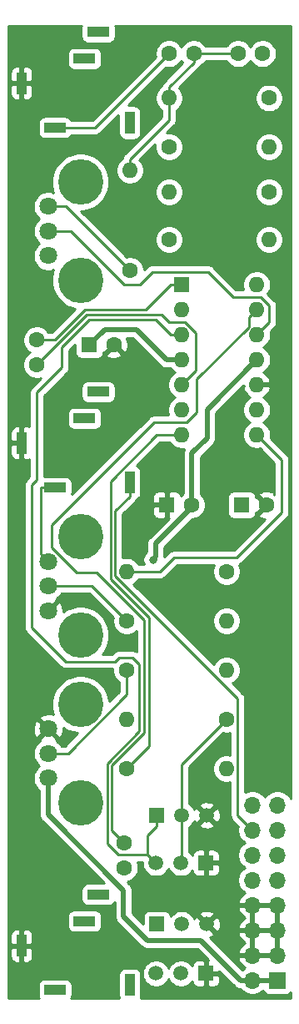
<source format=gbr>
G04 #@! TF.GenerationSoftware,KiCad,Pcbnew,(5.1.5)-3*
G04 #@! TF.CreationDate,2020-08-10T17:18:32-07:00*
G04 #@! TF.ProjectId,Notch_Filter_THT,4e6f7463-685f-4466-996c-7465725f5448,rev?*
G04 #@! TF.SameCoordinates,Original*
G04 #@! TF.FileFunction,Copper,L2,Bot*
G04 #@! TF.FilePolarity,Positive*
%FSLAX46Y46*%
G04 Gerber Fmt 4.6, Leading zero omitted, Abs format (unit mm)*
G04 Created by KiCad (PCBNEW (5.1.5)-3) date 2020-08-10 17:18:32*
%MOMM*%
%LPD*%
G04 APERTURE LIST*
%ADD10O,1.600000X1.600000*%
%ADD11C,1.600000*%
%ADD12R,1.600000X1.600000*%
%ADD13R,1.000000X2.200000*%
%ADD14R,2.200000X1.000000*%
%ADD15O,1.700000X1.700000*%
%ADD16R,1.700000X1.700000*%
%ADD17C,1.520000*%
%ADD18R,1.520000X1.520000*%
%ADD19C,1.800000*%
%ADD20C,4.600000*%
%ADD21C,0.800000*%
%ADD22C,0.250000*%
%ADD23C,0.500000*%
%ADD24C,0.254000*%
G04 APERTURE END LIST*
D10*
X17000000Y-8000000D03*
D11*
X27160000Y-8000000D03*
D10*
X25908000Y-26924000D03*
X18288000Y-42164000D03*
X25908000Y-29464000D03*
X18288000Y-39624000D03*
X25908000Y-32004000D03*
X18288000Y-37084000D03*
X25908000Y-34544000D03*
X18288000Y-34544000D03*
X25908000Y-37084000D03*
X18288000Y-32004000D03*
X25908000Y-39624000D03*
X18288000Y-29464000D03*
X25908000Y-42164000D03*
D12*
X18288000Y-26924000D03*
D13*
X2000000Y-94000000D03*
D14*
X5400000Y-98500000D03*
D13*
X13000000Y-98000000D03*
D14*
X8400000Y-91500000D03*
X9800000Y-88800000D03*
D13*
X2000000Y-6500000D03*
D14*
X5400000Y-11000000D03*
D13*
X13000000Y-10500000D03*
D14*
X8400000Y-4000000D03*
X9800000Y-1300000D03*
D15*
X25460000Y-79720000D03*
X28000000Y-79720000D03*
X25460000Y-82260000D03*
X28000000Y-82260000D03*
X25460000Y-84800000D03*
X28000000Y-84800000D03*
X25460000Y-87340000D03*
X28000000Y-87340000D03*
X25460000Y-89880000D03*
X28000000Y-89880000D03*
X25460000Y-92420000D03*
X28000000Y-92420000D03*
X25460000Y-94960000D03*
X28000000Y-94960000D03*
X25460000Y-97500000D03*
D16*
X28000000Y-97500000D03*
D14*
X9800000Y-37800000D03*
X8400000Y-40500000D03*
D13*
X13000000Y-47000000D03*
D14*
X5400000Y-47500000D03*
D13*
X2000000Y-43000000D03*
D17*
X18284000Y-80772000D03*
X20824000Y-80772000D03*
D18*
X15744000Y-80772000D03*
X20744000Y-85598000D03*
D17*
X15664000Y-85598000D03*
X18204000Y-85598000D03*
X18284000Y-91810000D03*
X20824000Y-91810000D03*
D18*
X15744000Y-91810000D03*
X20744000Y-96810000D03*
D17*
X15664000Y-96810000D03*
X18204000Y-96810000D03*
D11*
X19500000Y-3500000D03*
X17000000Y-3500000D03*
X26500000Y-3500000D03*
X24000000Y-3500000D03*
X26884000Y-49276000D03*
D12*
X24384000Y-49276000D03*
D11*
X3556000Y-32552000D03*
X3556000Y-35052000D03*
D12*
X8890000Y-33020000D03*
D11*
X11390000Y-33020000D03*
X19264000Y-49276000D03*
D12*
X16764000Y-49276000D03*
D11*
X12446000Y-83606000D03*
X12446000Y-86106000D03*
D10*
X27160000Y-12954000D03*
D11*
X17000000Y-12954000D03*
D10*
X13000000Y-15340000D03*
D11*
X13000000Y-25500000D03*
X27160000Y-17526000D03*
D10*
X17000000Y-17526000D03*
X12682000Y-71030000D03*
D11*
X22842000Y-71030000D03*
X22842000Y-56030000D03*
D10*
X12682000Y-56030000D03*
D11*
X17000000Y-22352000D03*
D10*
X27160000Y-22352000D03*
D11*
X12682000Y-76030000D03*
D10*
X22842000Y-76030000D03*
X22842000Y-61030000D03*
D11*
X12682000Y-61030000D03*
X12682000Y-66030000D03*
D10*
X22842000Y-66030000D03*
D19*
X4700000Y-24000000D03*
X4700000Y-21500000D03*
X4700000Y-19000000D03*
D20*
X8000000Y-26500000D03*
X8000000Y-16500000D03*
X8000000Y-52500000D03*
X8000000Y-62500000D03*
D19*
X4700000Y-55000000D03*
X4700000Y-57500000D03*
X4700000Y-60000000D03*
D20*
X8000000Y-69500000D03*
X8000000Y-79500000D03*
D19*
X4700000Y-72000000D03*
X4700000Y-74500000D03*
X4700000Y-77000000D03*
D21*
X15356500Y-54827800D03*
D22*
X17000000Y-3500000D02*
X9500000Y-11000000D01*
X9500000Y-11000000D02*
X5400000Y-11000000D01*
X15664000Y-85598000D02*
X14835000Y-84769000D01*
X14835000Y-84769000D02*
X14835000Y-82766300D01*
X14835000Y-82766300D02*
X15744000Y-81857300D01*
X15744000Y-80772000D02*
X15744000Y-81857300D01*
X17156630Y-32004000D02*
X18288000Y-32004000D01*
X15632630Y-30480000D02*
X17156630Y-32004000D01*
X8887100Y-30480000D02*
X15632630Y-30480000D01*
X6096000Y-35338300D02*
X6096000Y-33271100D01*
X3556000Y-37878300D02*
X6096000Y-35338300D01*
X3556000Y-46736000D02*
X3556000Y-37878300D01*
X11871000Y-84769000D02*
X10725989Y-83623989D01*
X13970000Y-72261589D02*
X13970000Y-65484200D01*
X10725989Y-83623989D02*
X10725989Y-75505600D01*
X10725989Y-75505600D02*
X13970000Y-72261589D01*
X14835000Y-84769000D02*
X11871000Y-84769000D01*
X13255800Y-64770000D02*
X11912000Y-64770000D01*
X3048000Y-47244000D02*
X3556000Y-46736000D01*
X6479400Y-65153400D02*
X3048000Y-61722000D01*
X13970000Y-65484200D02*
X13255800Y-64770000D01*
X11912000Y-64770000D02*
X11528600Y-65153400D01*
X11528600Y-65153400D02*
X6479400Y-65153400D01*
X6096000Y-33271100D02*
X8887100Y-30480000D01*
X3048000Y-61722000D02*
X3048000Y-47244000D01*
X22842000Y-71030000D02*
X18284000Y-75588000D01*
X18284000Y-75588000D02*
X18284000Y-80772000D01*
X18284000Y-80772000D02*
X18284000Y-85518000D01*
X18284000Y-85518000D02*
X18204000Y-85598000D01*
X19716100Y-35655900D02*
X18288000Y-37084000D01*
X19716100Y-31829700D02*
X19716100Y-35655900D01*
X8636000Y-29972000D02*
X16260700Y-29972000D01*
X3556000Y-35052000D02*
X8636000Y-29972000D01*
X16260700Y-29972000D02*
X17022700Y-30734000D01*
X17022700Y-30734000D02*
X18620400Y-30734000D01*
X18620400Y-30734000D02*
X19716100Y-31829700D01*
D23*
X18288000Y-34544000D02*
X16737700Y-34544000D01*
X8890000Y-33020000D02*
X10445400Y-31464600D01*
X10445400Y-31464600D02*
X13658300Y-31464600D01*
X13658300Y-31464600D02*
X16737700Y-34544000D01*
X15619900Y-54564400D02*
X15356500Y-54827800D01*
X15619900Y-53214100D02*
X15619900Y-54564400D01*
X19264000Y-49276000D02*
X19264000Y-49570000D01*
X19264000Y-49570000D02*
X15619900Y-53214100D01*
X20854300Y-39597700D02*
X25908000Y-34544000D01*
X20854300Y-42497200D02*
X20854300Y-39597700D01*
X19304000Y-44047500D02*
X20854300Y-42497200D01*
X19264000Y-49276000D02*
X19304000Y-49236000D01*
X19304000Y-49236000D02*
X19304000Y-44047500D01*
X25424000Y-97536000D02*
X25460000Y-97500000D01*
X20223600Y-93451900D02*
X24307700Y-97536000D01*
X24307700Y-97536000D02*
X25424000Y-97536000D01*
X4700000Y-80706000D02*
X12357900Y-88363900D01*
X4700000Y-77000000D02*
X4700000Y-80706000D01*
X14771700Y-93451900D02*
X20223600Y-93451900D01*
X12357900Y-88363900D02*
X12357900Y-91038100D01*
X12357900Y-91038100D02*
X14771700Y-93451900D01*
X25460000Y-97500000D02*
X28000000Y-97500000D01*
D22*
X13000000Y-48425300D02*
X13000000Y-47000000D01*
X23976900Y-80776900D02*
X23976900Y-68948900D01*
X11529800Y-49895500D02*
X13000000Y-48425300D01*
X25460000Y-82260000D02*
X23976900Y-80776900D01*
X23976900Y-68948900D02*
X11529800Y-56501800D01*
X11529800Y-56501800D02*
X11529800Y-49895500D01*
X5400000Y-47500000D02*
X3974700Y-47500000D01*
X4700000Y-55000000D02*
X3974700Y-54274700D01*
X3974700Y-54274700D02*
X3974700Y-47500000D01*
X13000000Y-25500000D02*
X6500000Y-19000000D01*
X6500000Y-19000000D02*
X4700000Y-19000000D01*
X4700000Y-57500000D02*
X9152000Y-57500000D01*
X9152000Y-57500000D02*
X12682000Y-61030000D01*
X4700000Y-74500000D02*
X6712900Y-74500000D01*
X6712900Y-74500000D02*
X12682000Y-68530900D01*
X12682000Y-68530900D02*
X12682000Y-66030000D01*
X27178000Y-30734000D02*
X25908000Y-32004000D01*
X26307200Y-28194000D02*
X27178000Y-29064800D01*
X23488900Y-28194000D02*
X26307200Y-28194000D01*
X6969600Y-21500000D02*
X12393600Y-26924000D01*
X20948900Y-25654000D02*
X23488900Y-28194000D01*
X12393600Y-26924000D02*
X14019600Y-26924000D01*
X4700000Y-21500000D02*
X6969600Y-21500000D01*
X15289600Y-25654000D02*
X20948900Y-25654000D01*
X27178000Y-29064800D02*
X27178000Y-30734000D01*
X14019600Y-26924000D02*
X15289600Y-25654000D01*
X13000000Y-15340000D02*
X13000000Y-14214700D01*
X13000000Y-14214700D02*
X17000000Y-10214700D01*
X17000000Y-10214700D02*
X17000000Y-8000000D01*
X17000000Y-8000000D02*
X17000000Y-6874700D01*
X19500000Y-3500000D02*
X19500000Y-4374700D01*
X19500000Y-4374700D02*
X17000000Y-6874700D01*
X24000000Y-3500000D02*
X19500000Y-3500000D01*
X17162700Y-26924000D02*
X18288000Y-26924000D01*
X3596000Y-32512000D02*
X5364500Y-32512000D01*
X14622700Y-29464000D02*
X17162700Y-26924000D01*
X3556000Y-32552000D02*
X3596000Y-32512000D01*
X5364500Y-32512000D02*
X8412500Y-29464000D01*
X8412500Y-29464000D02*
X14622700Y-29464000D01*
X25108001Y-31212399D02*
X25108001Y-30263999D01*
X19812000Y-39878000D02*
X19812000Y-36508400D01*
X5080000Y-53595600D02*
X5080000Y-51308000D01*
X14478000Y-72390000D02*
X14478000Y-60945600D01*
X15494000Y-40894000D02*
X18796000Y-40894000D01*
X11176000Y-75692000D02*
X14478000Y-72390000D01*
X14478000Y-60945600D02*
X9629300Y-56096900D01*
X12446000Y-83606000D02*
X11176000Y-82336000D01*
X9629300Y-56096900D02*
X7581300Y-56096900D01*
X11176000Y-82336000D02*
X11176000Y-75692000D01*
X7581300Y-56096900D02*
X5080000Y-53595600D01*
X25108001Y-30263999D02*
X25908000Y-29464000D01*
X5080000Y-51308000D02*
X15494000Y-40894000D01*
X19812000Y-36508400D02*
X25108001Y-31212399D01*
X18796000Y-40894000D02*
X19812000Y-39878000D01*
X28448000Y-44704000D02*
X25908000Y-42164000D01*
X16090900Y-56030000D02*
X17510900Y-54610000D01*
X12682000Y-56030000D02*
X16090900Y-56030000D01*
X17510900Y-54610000D02*
X23876000Y-54610000D01*
X23876000Y-54610000D02*
X28448000Y-50038000D01*
X28448000Y-50038000D02*
X28448000Y-44704000D01*
X17156630Y-42164000D02*
X18288000Y-42164000D01*
X15767300Y-42164000D02*
X17156630Y-42164000D01*
X14986000Y-73726000D02*
X14986000Y-60706000D01*
X12682000Y-76030000D02*
X14986000Y-73726000D01*
X11062900Y-46868400D02*
X15767300Y-42164000D01*
X14986000Y-60706000D02*
X11062900Y-56782900D01*
X11062900Y-56782900D02*
X11062900Y-46868400D01*
D24*
G36*
X8074188Y-675518D02*
G01*
X8061928Y-800000D01*
X8061928Y-1800000D01*
X8074188Y-1924482D01*
X8110498Y-2044180D01*
X8169463Y-2154494D01*
X8248815Y-2251185D01*
X8345506Y-2330537D01*
X8455820Y-2389502D01*
X8575518Y-2425812D01*
X8700000Y-2438072D01*
X10900000Y-2438072D01*
X11024482Y-2425812D01*
X11144180Y-2389502D01*
X11254494Y-2330537D01*
X11351185Y-2251185D01*
X11430537Y-2154494D01*
X11489502Y-2044180D01*
X11525812Y-1924482D01*
X11538072Y-1800000D01*
X11538072Y-800000D01*
X11525812Y-675518D01*
X11521105Y-660000D01*
X29340000Y-660000D01*
X29340001Y-79074556D01*
X29315990Y-79016589D01*
X29153475Y-78773368D01*
X28946632Y-78566525D01*
X28703411Y-78404010D01*
X28433158Y-78292068D01*
X28146260Y-78235000D01*
X27853740Y-78235000D01*
X27566842Y-78292068D01*
X27296589Y-78404010D01*
X27053368Y-78566525D01*
X26846525Y-78773368D01*
X26730000Y-78947760D01*
X26613475Y-78773368D01*
X26406632Y-78566525D01*
X26163411Y-78404010D01*
X25893158Y-78292068D01*
X25606260Y-78235000D01*
X25313740Y-78235000D01*
X25026842Y-78292068D01*
X24756589Y-78404010D01*
X24736900Y-78417166D01*
X24736900Y-68986225D01*
X24740576Y-68948900D01*
X24736900Y-68911575D01*
X24736900Y-68911567D01*
X24725903Y-68799914D01*
X24682446Y-68656653D01*
X24611874Y-68524624D01*
X24516901Y-68408899D01*
X24487903Y-68385101D01*
X23438822Y-67336020D01*
X23521727Y-67301680D01*
X23756759Y-67144637D01*
X23956637Y-66944759D01*
X24113680Y-66709727D01*
X24221853Y-66448574D01*
X24277000Y-66171335D01*
X24277000Y-65888665D01*
X24221853Y-65611426D01*
X24113680Y-65350273D01*
X23956637Y-65115241D01*
X23756759Y-64915363D01*
X23521727Y-64758320D01*
X23260574Y-64650147D01*
X22983335Y-64595000D01*
X22700665Y-64595000D01*
X22423426Y-64650147D01*
X22162273Y-64758320D01*
X21927241Y-64915363D01*
X21727363Y-65115241D01*
X21570320Y-65350273D01*
X21535980Y-65433178D01*
X16991467Y-60888665D01*
X21407000Y-60888665D01*
X21407000Y-61171335D01*
X21462147Y-61448574D01*
X21570320Y-61709727D01*
X21727363Y-61944759D01*
X21927241Y-62144637D01*
X22162273Y-62301680D01*
X22423426Y-62409853D01*
X22700665Y-62465000D01*
X22983335Y-62465000D01*
X23260574Y-62409853D01*
X23521727Y-62301680D01*
X23756759Y-62144637D01*
X23956637Y-61944759D01*
X24113680Y-61709727D01*
X24221853Y-61448574D01*
X24277000Y-61171335D01*
X24277000Y-60888665D01*
X24221853Y-60611426D01*
X24113680Y-60350273D01*
X23956637Y-60115241D01*
X23756759Y-59915363D01*
X23521727Y-59758320D01*
X23260574Y-59650147D01*
X22983335Y-59595000D01*
X22700665Y-59595000D01*
X22423426Y-59650147D01*
X22162273Y-59758320D01*
X21927241Y-59915363D01*
X21727363Y-60115241D01*
X21570320Y-60350273D01*
X21462147Y-60611426D01*
X21407000Y-60888665D01*
X16991467Y-60888665D01*
X13387356Y-57284555D01*
X13596759Y-57144637D01*
X13796637Y-56944759D01*
X13900043Y-56790000D01*
X16053578Y-56790000D01*
X16090900Y-56793676D01*
X16128222Y-56790000D01*
X16128233Y-56790000D01*
X16239886Y-56779003D01*
X16383147Y-56735546D01*
X16515176Y-56664974D01*
X16630901Y-56570001D01*
X16654704Y-56540997D01*
X17825702Y-55370000D01*
X21562149Y-55370000D01*
X21462147Y-55611426D01*
X21407000Y-55888665D01*
X21407000Y-56171335D01*
X21462147Y-56448574D01*
X21570320Y-56709727D01*
X21727363Y-56944759D01*
X21927241Y-57144637D01*
X22162273Y-57301680D01*
X22423426Y-57409853D01*
X22700665Y-57465000D01*
X22983335Y-57465000D01*
X23260574Y-57409853D01*
X23521727Y-57301680D01*
X23756759Y-57144637D01*
X23956637Y-56944759D01*
X24113680Y-56709727D01*
X24221853Y-56448574D01*
X24277000Y-56171335D01*
X24277000Y-55888665D01*
X24221853Y-55611426D01*
X24113680Y-55350273D01*
X24103583Y-55335161D01*
X24168247Y-55315546D01*
X24300276Y-55244974D01*
X24416001Y-55150001D01*
X24439804Y-55120997D01*
X28959009Y-50601794D01*
X28988001Y-50578001D01*
X29011795Y-50549008D01*
X29011799Y-50549004D01*
X29082973Y-50462277D01*
X29082974Y-50462276D01*
X29153546Y-50330247D01*
X29197003Y-50186986D01*
X29208000Y-50075333D01*
X29208000Y-50075324D01*
X29211676Y-50038001D01*
X29208000Y-50000678D01*
X29208000Y-44741322D01*
X29211676Y-44703999D01*
X29208000Y-44666676D01*
X29208000Y-44666667D01*
X29197003Y-44555014D01*
X29153546Y-44411753D01*
X29082974Y-44279724D01*
X29069811Y-44263685D01*
X29011799Y-44192996D01*
X29011795Y-44192992D01*
X28988001Y-44163999D01*
X28959008Y-44140205D01*
X27306688Y-42487886D01*
X27343000Y-42305335D01*
X27343000Y-42022665D01*
X27287853Y-41745426D01*
X27179680Y-41484273D01*
X27022637Y-41249241D01*
X26822759Y-41049363D01*
X26590241Y-40894000D01*
X26822759Y-40738637D01*
X27022637Y-40538759D01*
X27179680Y-40303727D01*
X27287853Y-40042574D01*
X27343000Y-39765335D01*
X27343000Y-39482665D01*
X27287853Y-39205426D01*
X27179680Y-38944273D01*
X27022637Y-38709241D01*
X26822759Y-38509363D01*
X26587727Y-38352320D01*
X26577135Y-38347933D01*
X26763131Y-38236385D01*
X26971519Y-38047414D01*
X27139037Y-37821420D01*
X27259246Y-37567087D01*
X27299904Y-37433039D01*
X27177915Y-37211000D01*
X26035000Y-37211000D01*
X26035000Y-37231000D01*
X25781000Y-37231000D01*
X25781000Y-37211000D01*
X25761000Y-37211000D01*
X25761000Y-36957000D01*
X25781000Y-36957000D01*
X25781000Y-36937000D01*
X26035000Y-36937000D01*
X26035000Y-36957000D01*
X27177915Y-36957000D01*
X27299904Y-36734961D01*
X27259246Y-36600913D01*
X27139037Y-36346580D01*
X26971519Y-36120586D01*
X26763131Y-35931615D01*
X26577135Y-35820067D01*
X26587727Y-35815680D01*
X26822759Y-35658637D01*
X27022637Y-35458759D01*
X27179680Y-35223727D01*
X27287853Y-34962574D01*
X27343000Y-34685335D01*
X27343000Y-34402665D01*
X27287853Y-34125426D01*
X27179680Y-33864273D01*
X27022637Y-33629241D01*
X26822759Y-33429363D01*
X26590241Y-33274000D01*
X26822759Y-33118637D01*
X27022637Y-32918759D01*
X27179680Y-32683727D01*
X27287853Y-32422574D01*
X27343000Y-32145335D01*
X27343000Y-31862665D01*
X27306688Y-31680114D01*
X27689003Y-31297799D01*
X27718001Y-31274001D01*
X27812974Y-31158276D01*
X27883546Y-31026247D01*
X27927003Y-30882986D01*
X27938000Y-30771333D01*
X27938000Y-30771324D01*
X27941676Y-30734001D01*
X27938000Y-30696678D01*
X27938000Y-29102122D01*
X27941676Y-29064799D01*
X27938000Y-29027476D01*
X27938000Y-29027467D01*
X27927003Y-28915814D01*
X27883546Y-28772553D01*
X27812974Y-28640524D01*
X27718001Y-28524799D01*
X27689004Y-28501002D01*
X27024289Y-27836287D01*
X27179680Y-27603727D01*
X27287853Y-27342574D01*
X27343000Y-27065335D01*
X27343000Y-26782665D01*
X27287853Y-26505426D01*
X27179680Y-26244273D01*
X27022637Y-26009241D01*
X26822759Y-25809363D01*
X26587727Y-25652320D01*
X26326574Y-25544147D01*
X26049335Y-25489000D01*
X25766665Y-25489000D01*
X25489426Y-25544147D01*
X25228273Y-25652320D01*
X24993241Y-25809363D01*
X24793363Y-26009241D01*
X24636320Y-26244273D01*
X24528147Y-26505426D01*
X24473000Y-26782665D01*
X24473000Y-27065335D01*
X24528147Y-27342574D01*
X24566017Y-27434000D01*
X23803703Y-27434000D01*
X21512704Y-25143003D01*
X21488901Y-25113999D01*
X21373176Y-25019026D01*
X21241147Y-24948454D01*
X21097886Y-24904997D01*
X20986233Y-24894000D01*
X20986222Y-24894000D01*
X20948900Y-24890324D01*
X20911578Y-24894000D01*
X15326922Y-24894000D01*
X15289599Y-24890324D01*
X15252276Y-24894000D01*
X15252267Y-24894000D01*
X15140614Y-24904997D01*
X14997353Y-24948454D01*
X14865324Y-25019026D01*
X14749599Y-25113999D01*
X14725801Y-25142997D01*
X14435000Y-25433798D01*
X14435000Y-25358665D01*
X14379853Y-25081426D01*
X14271680Y-24820273D01*
X14114637Y-24585241D01*
X13914759Y-24385363D01*
X13679727Y-24228320D01*
X13418574Y-24120147D01*
X13141335Y-24065000D01*
X12858665Y-24065000D01*
X12676114Y-24101312D01*
X10785467Y-22210665D01*
X15565000Y-22210665D01*
X15565000Y-22493335D01*
X15620147Y-22770574D01*
X15728320Y-23031727D01*
X15885363Y-23266759D01*
X16085241Y-23466637D01*
X16320273Y-23623680D01*
X16581426Y-23731853D01*
X16858665Y-23787000D01*
X17141335Y-23787000D01*
X17418574Y-23731853D01*
X17679727Y-23623680D01*
X17914759Y-23466637D01*
X18114637Y-23266759D01*
X18271680Y-23031727D01*
X18379853Y-22770574D01*
X18435000Y-22493335D01*
X18435000Y-22210665D01*
X25725000Y-22210665D01*
X25725000Y-22493335D01*
X25780147Y-22770574D01*
X25888320Y-23031727D01*
X26045363Y-23266759D01*
X26245241Y-23466637D01*
X26480273Y-23623680D01*
X26741426Y-23731853D01*
X27018665Y-23787000D01*
X27301335Y-23787000D01*
X27578574Y-23731853D01*
X27839727Y-23623680D01*
X28074759Y-23466637D01*
X28274637Y-23266759D01*
X28431680Y-23031727D01*
X28539853Y-22770574D01*
X28595000Y-22493335D01*
X28595000Y-22210665D01*
X28539853Y-21933426D01*
X28431680Y-21672273D01*
X28274637Y-21437241D01*
X28074759Y-21237363D01*
X27839727Y-21080320D01*
X27578574Y-20972147D01*
X27301335Y-20917000D01*
X27018665Y-20917000D01*
X26741426Y-20972147D01*
X26480273Y-21080320D01*
X26245241Y-21237363D01*
X26045363Y-21437241D01*
X25888320Y-21672273D01*
X25780147Y-21933426D01*
X25725000Y-22210665D01*
X18435000Y-22210665D01*
X18379853Y-21933426D01*
X18271680Y-21672273D01*
X18114637Y-21437241D01*
X17914759Y-21237363D01*
X17679727Y-21080320D01*
X17418574Y-20972147D01*
X17141335Y-20917000D01*
X16858665Y-20917000D01*
X16581426Y-20972147D01*
X16320273Y-21080320D01*
X16085241Y-21237363D01*
X15885363Y-21437241D01*
X15728320Y-21672273D01*
X15620147Y-21933426D01*
X15565000Y-22210665D01*
X10785467Y-22210665D01*
X8009801Y-19435000D01*
X8289072Y-19435000D01*
X8856108Y-19322209D01*
X9390244Y-19100963D01*
X9870953Y-18779763D01*
X10279763Y-18370953D01*
X10600963Y-17890244D01*
X10810380Y-17384665D01*
X15565000Y-17384665D01*
X15565000Y-17667335D01*
X15620147Y-17944574D01*
X15728320Y-18205727D01*
X15885363Y-18440759D01*
X16085241Y-18640637D01*
X16320273Y-18797680D01*
X16581426Y-18905853D01*
X16858665Y-18961000D01*
X17141335Y-18961000D01*
X17418574Y-18905853D01*
X17679727Y-18797680D01*
X17914759Y-18640637D01*
X18114637Y-18440759D01*
X18271680Y-18205727D01*
X18379853Y-17944574D01*
X18435000Y-17667335D01*
X18435000Y-17384665D01*
X25725000Y-17384665D01*
X25725000Y-17667335D01*
X25780147Y-17944574D01*
X25888320Y-18205727D01*
X26045363Y-18440759D01*
X26245241Y-18640637D01*
X26480273Y-18797680D01*
X26741426Y-18905853D01*
X27018665Y-18961000D01*
X27301335Y-18961000D01*
X27578574Y-18905853D01*
X27839727Y-18797680D01*
X28074759Y-18640637D01*
X28274637Y-18440759D01*
X28431680Y-18205727D01*
X28539853Y-17944574D01*
X28595000Y-17667335D01*
X28595000Y-17384665D01*
X28539853Y-17107426D01*
X28431680Y-16846273D01*
X28274637Y-16611241D01*
X28074759Y-16411363D01*
X27839727Y-16254320D01*
X27578574Y-16146147D01*
X27301335Y-16091000D01*
X27018665Y-16091000D01*
X26741426Y-16146147D01*
X26480273Y-16254320D01*
X26245241Y-16411363D01*
X26045363Y-16611241D01*
X25888320Y-16846273D01*
X25780147Y-17107426D01*
X25725000Y-17384665D01*
X18435000Y-17384665D01*
X18379853Y-17107426D01*
X18271680Y-16846273D01*
X18114637Y-16611241D01*
X17914759Y-16411363D01*
X17679727Y-16254320D01*
X17418574Y-16146147D01*
X17141335Y-16091000D01*
X16858665Y-16091000D01*
X16581426Y-16146147D01*
X16320273Y-16254320D01*
X16085241Y-16411363D01*
X15885363Y-16611241D01*
X15728320Y-16846273D01*
X15620147Y-17107426D01*
X15565000Y-17384665D01*
X10810380Y-17384665D01*
X10822209Y-17356108D01*
X10935000Y-16789072D01*
X10935000Y-16210928D01*
X10822209Y-15643892D01*
X10600963Y-15109756D01*
X10279763Y-14629047D01*
X9870953Y-14220237D01*
X9390244Y-13899037D01*
X8856108Y-13677791D01*
X8289072Y-13565000D01*
X7710928Y-13565000D01*
X7143892Y-13677791D01*
X6609756Y-13899037D01*
X6129047Y-14220237D01*
X5720237Y-14629047D01*
X5399037Y-15109756D01*
X5177791Y-15643892D01*
X5065000Y-16210928D01*
X5065000Y-16789072D01*
X5177791Y-17356108D01*
X5267955Y-17573783D01*
X5147743Y-17523989D01*
X4851184Y-17465000D01*
X4548816Y-17465000D01*
X4252257Y-17523989D01*
X3972905Y-17639701D01*
X3721495Y-17807688D01*
X3507688Y-18021495D01*
X3339701Y-18272905D01*
X3223989Y-18552257D01*
X3165000Y-18848816D01*
X3165000Y-19151184D01*
X3223989Y-19447743D01*
X3339701Y-19727095D01*
X3507688Y-19978505D01*
X3721495Y-20192312D01*
X3807831Y-20250000D01*
X3721495Y-20307688D01*
X3507688Y-20521495D01*
X3339701Y-20772905D01*
X3223989Y-21052257D01*
X3165000Y-21348816D01*
X3165000Y-21651184D01*
X3223989Y-21947743D01*
X3339701Y-22227095D01*
X3507688Y-22478505D01*
X3721495Y-22692312D01*
X3807831Y-22750000D01*
X3721495Y-22807688D01*
X3507688Y-23021495D01*
X3339701Y-23272905D01*
X3223989Y-23552257D01*
X3165000Y-23848816D01*
X3165000Y-24151184D01*
X3223989Y-24447743D01*
X3339701Y-24727095D01*
X3507688Y-24978505D01*
X3721495Y-25192312D01*
X3972905Y-25360299D01*
X4252257Y-25476011D01*
X4548816Y-25535000D01*
X4851184Y-25535000D01*
X5147743Y-25476011D01*
X5267955Y-25426217D01*
X5177791Y-25643892D01*
X5065000Y-26210928D01*
X5065000Y-26789072D01*
X5177791Y-27356108D01*
X5399037Y-27890244D01*
X5720237Y-28370953D01*
X6129047Y-28779763D01*
X6609756Y-29100963D01*
X7143892Y-29322209D01*
X7423810Y-29377888D01*
X5049699Y-31752000D01*
X4747316Y-31752000D01*
X4670637Y-31637241D01*
X4470759Y-31437363D01*
X4235727Y-31280320D01*
X3974574Y-31172147D01*
X3697335Y-31117000D01*
X3414665Y-31117000D01*
X3137426Y-31172147D01*
X2876273Y-31280320D01*
X2641241Y-31437363D01*
X2441363Y-31637241D01*
X2284320Y-31872273D01*
X2176147Y-32133426D01*
X2121000Y-32410665D01*
X2121000Y-32693335D01*
X2176147Y-32970574D01*
X2284320Y-33231727D01*
X2441363Y-33466759D01*
X2641241Y-33666637D01*
X2843827Y-33802000D01*
X2641241Y-33937363D01*
X2441363Y-34137241D01*
X2284320Y-34372273D01*
X2176147Y-34633426D01*
X2121000Y-34910665D01*
X2121000Y-35193335D01*
X2176147Y-35470574D01*
X2284320Y-35731727D01*
X2441363Y-35966759D01*
X2641241Y-36166637D01*
X2876273Y-36323680D01*
X3137426Y-36431853D01*
X3414665Y-36487000D01*
X3697335Y-36487000D01*
X3915993Y-36443506D01*
X3044998Y-37314501D01*
X3016000Y-37338299D01*
X2992202Y-37367297D01*
X2992201Y-37367298D01*
X2921026Y-37454024D01*
X2850454Y-37586054D01*
X2831725Y-37647799D01*
X2806998Y-37729314D01*
X2796001Y-37840967D01*
X2792324Y-37878300D01*
X2796001Y-37915632D01*
X2796001Y-41338197D01*
X2744180Y-41310498D01*
X2624482Y-41274188D01*
X2500000Y-41261928D01*
X2285750Y-41265000D01*
X2127000Y-41423750D01*
X2127000Y-42873000D01*
X2147000Y-42873000D01*
X2147000Y-43127000D01*
X2127000Y-43127000D01*
X2127000Y-44576250D01*
X2285750Y-44735000D01*
X2500000Y-44738072D01*
X2624482Y-44725812D01*
X2744180Y-44689502D01*
X2796000Y-44661803D01*
X2796000Y-46421198D01*
X2536998Y-46680201D01*
X2508000Y-46703999D01*
X2484202Y-46732997D01*
X2484201Y-46732998D01*
X2413026Y-46819724D01*
X2342454Y-46951754D01*
X2319251Y-47028247D01*
X2304850Y-47075724D01*
X2298998Y-47095015D01*
X2284324Y-47244000D01*
X2288001Y-47281332D01*
X2288000Y-61684678D01*
X2284324Y-61722000D01*
X2288000Y-61759322D01*
X2288000Y-61759332D01*
X2298997Y-61870985D01*
X2321376Y-61944759D01*
X2342454Y-62014246D01*
X2413026Y-62146276D01*
X2452871Y-62194826D01*
X2507999Y-62262001D01*
X2537003Y-62285804D01*
X5915605Y-65664408D01*
X5939399Y-65693401D01*
X5968392Y-65717195D01*
X5968396Y-65717199D01*
X6039085Y-65775211D01*
X6055124Y-65788374D01*
X6187153Y-65858946D01*
X6330414Y-65902403D01*
X6442067Y-65913400D01*
X6442076Y-65913400D01*
X6479399Y-65917076D01*
X6516722Y-65913400D01*
X11247000Y-65913400D01*
X11247000Y-66171335D01*
X11302147Y-66448574D01*
X11410320Y-66709727D01*
X11567363Y-66944759D01*
X11767241Y-67144637D01*
X11922001Y-67248044D01*
X11922000Y-68216098D01*
X10933701Y-69204397D01*
X10822209Y-68643892D01*
X10600963Y-68109756D01*
X10279763Y-67629047D01*
X9870953Y-67220237D01*
X9390244Y-66899037D01*
X8856108Y-66677791D01*
X8289072Y-66565000D01*
X7710928Y-66565000D01*
X7143892Y-66677791D01*
X6609756Y-66899037D01*
X6129047Y-67220237D01*
X5720237Y-67629047D01*
X5399037Y-68109756D01*
X5177791Y-68643892D01*
X5065000Y-69210928D01*
X5065000Y-69789072D01*
X5177791Y-70356108D01*
X5265958Y-70568963D01*
X5228225Y-70550842D01*
X4935358Y-70475635D01*
X4633447Y-70459009D01*
X4334093Y-70501603D01*
X4048801Y-70601778D01*
X3899208Y-70681739D01*
X3815525Y-70935920D01*
X4700000Y-71820395D01*
X4714143Y-71806253D01*
X4893748Y-71985858D01*
X4879605Y-72000000D01*
X5764080Y-72884475D01*
X6018261Y-72800792D01*
X6149158Y-72528225D01*
X6224365Y-72235358D01*
X6240991Y-71933447D01*
X6228587Y-71846274D01*
X6609756Y-72100963D01*
X7143892Y-72322209D01*
X7704398Y-72433701D01*
X6398099Y-73740000D01*
X6038313Y-73740000D01*
X5892312Y-73521495D01*
X5678505Y-73307688D01*
X5535690Y-73212262D01*
X5584475Y-73064080D01*
X4700000Y-72179605D01*
X3815525Y-73064080D01*
X3864310Y-73212262D01*
X3721495Y-73307688D01*
X3507688Y-73521495D01*
X3339701Y-73772905D01*
X3223989Y-74052257D01*
X3165000Y-74348816D01*
X3165000Y-74651184D01*
X3223989Y-74947743D01*
X3339701Y-75227095D01*
X3507688Y-75478505D01*
X3721495Y-75692312D01*
X3807831Y-75750000D01*
X3721495Y-75807688D01*
X3507688Y-76021495D01*
X3339701Y-76272905D01*
X3223989Y-76552257D01*
X3165000Y-76848816D01*
X3165000Y-77151184D01*
X3223989Y-77447743D01*
X3339701Y-77727095D01*
X3507688Y-77978505D01*
X3721495Y-78192312D01*
X3815000Y-78254790D01*
X3815001Y-80662521D01*
X3810719Y-80706000D01*
X3827805Y-80879490D01*
X3878412Y-81046313D01*
X3960590Y-81200059D01*
X4043468Y-81301046D01*
X4043471Y-81301049D01*
X4071184Y-81334817D01*
X4104952Y-81362530D01*
X10404349Y-87661928D01*
X8700000Y-87661928D01*
X8575518Y-87674188D01*
X8455820Y-87710498D01*
X8345506Y-87769463D01*
X8248815Y-87848815D01*
X8169463Y-87945506D01*
X8110498Y-88055820D01*
X8074188Y-88175518D01*
X8061928Y-88300000D01*
X8061928Y-89300000D01*
X8074188Y-89424482D01*
X8110498Y-89544180D01*
X8169463Y-89654494D01*
X8248815Y-89751185D01*
X8345506Y-89830537D01*
X8455820Y-89889502D01*
X8575518Y-89925812D01*
X8700000Y-89938072D01*
X10900000Y-89938072D01*
X11024482Y-89925812D01*
X11144180Y-89889502D01*
X11254494Y-89830537D01*
X11351185Y-89751185D01*
X11430537Y-89654494D01*
X11472900Y-89575239D01*
X11472901Y-90994621D01*
X11468619Y-91038100D01*
X11485705Y-91211590D01*
X11536312Y-91378413D01*
X11618490Y-91532159D01*
X11701368Y-91633146D01*
X11701371Y-91633149D01*
X11729084Y-91666917D01*
X11762851Y-91694629D01*
X14115170Y-94046949D01*
X14142883Y-94080717D01*
X14176651Y-94108430D01*
X14176653Y-94108432D01*
X14277641Y-94191311D01*
X14431387Y-94273489D01*
X14598210Y-94324095D01*
X14728223Y-94336900D01*
X14728231Y-94336900D01*
X14771700Y-94341181D01*
X14815169Y-94336900D01*
X19857022Y-94336900D01*
X20982436Y-95462314D01*
X20871000Y-95573750D01*
X20871000Y-96683000D01*
X21980250Y-96683000D01*
X22091686Y-96571564D01*
X23651170Y-98131049D01*
X23678883Y-98164817D01*
X23712651Y-98192530D01*
X23712653Y-98192532D01*
X23813641Y-98275411D01*
X23967386Y-98357589D01*
X24134210Y-98408195D01*
X24264223Y-98421000D01*
X24264231Y-98421000D01*
X24291171Y-98423653D01*
X24306525Y-98446632D01*
X24513368Y-98653475D01*
X24756589Y-98815990D01*
X25026842Y-98927932D01*
X25313740Y-98985000D01*
X25606260Y-98985000D01*
X25893158Y-98927932D01*
X26163411Y-98815990D01*
X26406632Y-98653475D01*
X26538487Y-98521620D01*
X26560498Y-98594180D01*
X26619463Y-98704494D01*
X26698815Y-98801185D01*
X26795506Y-98880537D01*
X26905820Y-98939502D01*
X27025518Y-98975812D01*
X27150000Y-98988072D01*
X28850000Y-98988072D01*
X28974482Y-98975812D01*
X29094180Y-98939502D01*
X29204494Y-98880537D01*
X29301185Y-98801185D01*
X29340001Y-98753887D01*
X29340001Y-99340000D01*
X14090770Y-99340000D01*
X14125812Y-99224482D01*
X14138072Y-99100000D01*
X14138072Y-96900000D01*
X14125812Y-96775518D01*
X14094594Y-96672604D01*
X14269000Y-96672604D01*
X14269000Y-96947396D01*
X14322609Y-97216907D01*
X14427767Y-97470780D01*
X14580433Y-97699261D01*
X14774739Y-97893567D01*
X15003220Y-98046233D01*
X15257093Y-98151391D01*
X15526604Y-98205000D01*
X15801396Y-98205000D01*
X16070907Y-98151391D01*
X16324780Y-98046233D01*
X16553261Y-97893567D01*
X16747567Y-97699261D01*
X16900233Y-97470780D01*
X16934000Y-97389260D01*
X16967767Y-97470780D01*
X17120433Y-97699261D01*
X17314739Y-97893567D01*
X17543220Y-98046233D01*
X17797093Y-98151391D01*
X18066604Y-98205000D01*
X18341396Y-98205000D01*
X18610907Y-98151391D01*
X18864780Y-98046233D01*
X19093261Y-97893567D01*
X19287567Y-97699261D01*
X19349526Y-97606533D01*
X19358188Y-97694482D01*
X19394498Y-97814180D01*
X19453463Y-97924494D01*
X19532815Y-98021185D01*
X19629506Y-98100537D01*
X19739820Y-98159502D01*
X19859518Y-98195812D01*
X19984000Y-98208072D01*
X20458250Y-98205000D01*
X20617000Y-98046250D01*
X20617000Y-96937000D01*
X20871000Y-96937000D01*
X20871000Y-98046250D01*
X21029750Y-98205000D01*
X21504000Y-98208072D01*
X21628482Y-98195812D01*
X21748180Y-98159502D01*
X21858494Y-98100537D01*
X21955185Y-98021185D01*
X22034537Y-97924494D01*
X22093502Y-97814180D01*
X22129812Y-97694482D01*
X22142072Y-97570000D01*
X22139000Y-97095750D01*
X21980250Y-96937000D01*
X20871000Y-96937000D01*
X20617000Y-96937000D01*
X20597000Y-96937000D01*
X20597000Y-96683000D01*
X20617000Y-96683000D01*
X20617000Y-95573750D01*
X20458250Y-95415000D01*
X19984000Y-95411928D01*
X19859518Y-95424188D01*
X19739820Y-95460498D01*
X19629506Y-95519463D01*
X19532815Y-95598815D01*
X19453463Y-95695506D01*
X19394498Y-95805820D01*
X19358188Y-95925518D01*
X19349526Y-96013467D01*
X19287567Y-95920739D01*
X19093261Y-95726433D01*
X18864780Y-95573767D01*
X18610907Y-95468609D01*
X18341396Y-95415000D01*
X18066604Y-95415000D01*
X17797093Y-95468609D01*
X17543220Y-95573767D01*
X17314739Y-95726433D01*
X17120433Y-95920739D01*
X16967767Y-96149220D01*
X16934000Y-96230740D01*
X16900233Y-96149220D01*
X16747567Y-95920739D01*
X16553261Y-95726433D01*
X16324780Y-95573767D01*
X16070907Y-95468609D01*
X15801396Y-95415000D01*
X15526604Y-95415000D01*
X15257093Y-95468609D01*
X15003220Y-95573767D01*
X14774739Y-95726433D01*
X14580433Y-95920739D01*
X14427767Y-96149220D01*
X14322609Y-96403093D01*
X14269000Y-96672604D01*
X14094594Y-96672604D01*
X14089502Y-96655820D01*
X14030537Y-96545506D01*
X13951185Y-96448815D01*
X13854494Y-96369463D01*
X13744180Y-96310498D01*
X13624482Y-96274188D01*
X13500000Y-96261928D01*
X12500000Y-96261928D01*
X12375518Y-96274188D01*
X12255820Y-96310498D01*
X12145506Y-96369463D01*
X12048815Y-96448815D01*
X11969463Y-96545506D01*
X11910498Y-96655820D01*
X11874188Y-96775518D01*
X11861928Y-96900000D01*
X11861928Y-99100000D01*
X11874188Y-99224482D01*
X11909230Y-99340000D01*
X7038284Y-99340000D01*
X7089502Y-99244180D01*
X7125812Y-99124482D01*
X7138072Y-99000000D01*
X7138072Y-98000000D01*
X7125812Y-97875518D01*
X7089502Y-97755820D01*
X7030537Y-97645506D01*
X6951185Y-97548815D01*
X6854494Y-97469463D01*
X6744180Y-97410498D01*
X6624482Y-97374188D01*
X6500000Y-97361928D01*
X4300000Y-97361928D01*
X4175518Y-97374188D01*
X4055820Y-97410498D01*
X3945506Y-97469463D01*
X3848815Y-97548815D01*
X3769463Y-97645506D01*
X3710498Y-97755820D01*
X3674188Y-97875518D01*
X3661928Y-98000000D01*
X3661928Y-99000000D01*
X3674188Y-99124482D01*
X3710498Y-99244180D01*
X3761716Y-99340000D01*
X660000Y-99340000D01*
X660000Y-95100000D01*
X861928Y-95100000D01*
X874188Y-95224482D01*
X910498Y-95344180D01*
X969463Y-95454494D01*
X1048815Y-95551185D01*
X1145506Y-95630537D01*
X1255820Y-95689502D01*
X1375518Y-95725812D01*
X1500000Y-95738072D01*
X1714250Y-95735000D01*
X1873000Y-95576250D01*
X1873000Y-94127000D01*
X2127000Y-94127000D01*
X2127000Y-95576250D01*
X2285750Y-95735000D01*
X2500000Y-95738072D01*
X2624482Y-95725812D01*
X2744180Y-95689502D01*
X2854494Y-95630537D01*
X2951185Y-95551185D01*
X3030537Y-95454494D01*
X3089502Y-95344180D01*
X3125812Y-95224482D01*
X3138072Y-95100000D01*
X3135000Y-94285750D01*
X2976250Y-94127000D01*
X2127000Y-94127000D01*
X1873000Y-94127000D01*
X1023750Y-94127000D01*
X865000Y-94285750D01*
X861928Y-95100000D01*
X660000Y-95100000D01*
X660000Y-92900000D01*
X861928Y-92900000D01*
X865000Y-93714250D01*
X1023750Y-93873000D01*
X1873000Y-93873000D01*
X1873000Y-92423750D01*
X2127000Y-92423750D01*
X2127000Y-93873000D01*
X2976250Y-93873000D01*
X3135000Y-93714250D01*
X3138072Y-92900000D01*
X3125812Y-92775518D01*
X3089502Y-92655820D01*
X3030537Y-92545506D01*
X2951185Y-92448815D01*
X2854494Y-92369463D01*
X2744180Y-92310498D01*
X2624482Y-92274188D01*
X2500000Y-92261928D01*
X2285750Y-92265000D01*
X2127000Y-92423750D01*
X1873000Y-92423750D01*
X1714250Y-92265000D01*
X1500000Y-92261928D01*
X1375518Y-92274188D01*
X1255820Y-92310498D01*
X1145506Y-92369463D01*
X1048815Y-92448815D01*
X969463Y-92545506D01*
X910498Y-92655820D01*
X874188Y-92775518D01*
X861928Y-92900000D01*
X660000Y-92900000D01*
X660000Y-91000000D01*
X6661928Y-91000000D01*
X6661928Y-92000000D01*
X6674188Y-92124482D01*
X6710498Y-92244180D01*
X6769463Y-92354494D01*
X6848815Y-92451185D01*
X6945506Y-92530537D01*
X7055820Y-92589502D01*
X7175518Y-92625812D01*
X7300000Y-92638072D01*
X9500000Y-92638072D01*
X9624482Y-92625812D01*
X9744180Y-92589502D01*
X9854494Y-92530537D01*
X9951185Y-92451185D01*
X10030537Y-92354494D01*
X10089502Y-92244180D01*
X10125812Y-92124482D01*
X10138072Y-92000000D01*
X10138072Y-91000000D01*
X10125812Y-90875518D01*
X10089502Y-90755820D01*
X10030537Y-90645506D01*
X9951185Y-90548815D01*
X9854494Y-90469463D01*
X9744180Y-90410498D01*
X9624482Y-90374188D01*
X9500000Y-90361928D01*
X7300000Y-90361928D01*
X7175518Y-90374188D01*
X7055820Y-90410498D01*
X6945506Y-90469463D01*
X6848815Y-90548815D01*
X6769463Y-90645506D01*
X6710498Y-90755820D01*
X6674188Y-90875518D01*
X6661928Y-91000000D01*
X660000Y-91000000D01*
X660000Y-72066553D01*
X3159009Y-72066553D01*
X3201603Y-72365907D01*
X3301778Y-72651199D01*
X3381739Y-72800792D01*
X3635920Y-72884475D01*
X4520395Y-72000000D01*
X3635920Y-71115525D01*
X3381739Y-71199208D01*
X3250842Y-71471775D01*
X3175635Y-71764642D01*
X3159009Y-72066553D01*
X660000Y-72066553D01*
X660000Y-44100000D01*
X861928Y-44100000D01*
X874188Y-44224482D01*
X910498Y-44344180D01*
X969463Y-44454494D01*
X1048815Y-44551185D01*
X1145506Y-44630537D01*
X1255820Y-44689502D01*
X1375518Y-44725812D01*
X1500000Y-44738072D01*
X1714250Y-44735000D01*
X1873000Y-44576250D01*
X1873000Y-43127000D01*
X1023750Y-43127000D01*
X865000Y-43285750D01*
X861928Y-44100000D01*
X660000Y-44100000D01*
X660000Y-41900000D01*
X861928Y-41900000D01*
X865000Y-42714250D01*
X1023750Y-42873000D01*
X1873000Y-42873000D01*
X1873000Y-41423750D01*
X1714250Y-41265000D01*
X1500000Y-41261928D01*
X1375518Y-41274188D01*
X1255820Y-41310498D01*
X1145506Y-41369463D01*
X1048815Y-41448815D01*
X969463Y-41545506D01*
X910498Y-41655820D01*
X874188Y-41775518D01*
X861928Y-41900000D01*
X660000Y-41900000D01*
X660000Y-10500000D01*
X3661928Y-10500000D01*
X3661928Y-11500000D01*
X3674188Y-11624482D01*
X3710498Y-11744180D01*
X3769463Y-11854494D01*
X3848815Y-11951185D01*
X3945506Y-12030537D01*
X4055820Y-12089502D01*
X4175518Y-12125812D01*
X4300000Y-12138072D01*
X6500000Y-12138072D01*
X6624482Y-12125812D01*
X6744180Y-12089502D01*
X6854494Y-12030537D01*
X6951185Y-11951185D01*
X7030537Y-11854494D01*
X7081046Y-11760000D01*
X9462678Y-11760000D01*
X9500000Y-11763676D01*
X9537322Y-11760000D01*
X9537333Y-11760000D01*
X9648986Y-11749003D01*
X9792247Y-11705546D01*
X9924276Y-11634974D01*
X10040001Y-11540001D01*
X10063804Y-11510997D01*
X11861928Y-9712873D01*
X11861928Y-11600000D01*
X11874188Y-11724482D01*
X11910498Y-11844180D01*
X11969463Y-11954494D01*
X12048815Y-12051185D01*
X12145506Y-12130537D01*
X12255820Y-12189502D01*
X12375518Y-12225812D01*
X12500000Y-12238072D01*
X13500000Y-12238072D01*
X13624482Y-12225812D01*
X13744180Y-12189502D01*
X13854494Y-12130537D01*
X13951185Y-12051185D01*
X14030537Y-11954494D01*
X14089502Y-11844180D01*
X14125812Y-11724482D01*
X14138072Y-11600000D01*
X14138072Y-9400000D01*
X14125812Y-9275518D01*
X14089502Y-9155820D01*
X14030537Y-9045506D01*
X13951185Y-8948815D01*
X13854494Y-8869463D01*
X13744180Y-8810498D01*
X13624482Y-8774188D01*
X13500000Y-8761928D01*
X12812873Y-8761928D01*
X16676114Y-4898688D01*
X16858665Y-4935000D01*
X17141335Y-4935000D01*
X17418574Y-4879853D01*
X17679727Y-4771680D01*
X17914759Y-4614637D01*
X18114637Y-4414759D01*
X18250000Y-4212173D01*
X18385273Y-4414625D01*
X16488998Y-6310901D01*
X16460000Y-6334699D01*
X16436202Y-6363697D01*
X16436201Y-6363698D01*
X16365026Y-6450424D01*
X16294454Y-6582454D01*
X16250998Y-6725715D01*
X16245843Y-6778052D01*
X16085241Y-6885363D01*
X15885363Y-7085241D01*
X15728320Y-7320273D01*
X15620147Y-7581426D01*
X15565000Y-7858665D01*
X15565000Y-8141335D01*
X15620147Y-8418574D01*
X15728320Y-8679727D01*
X15885363Y-8914759D01*
X16085241Y-9114637D01*
X16240000Y-9218044D01*
X16240000Y-9899898D01*
X12488998Y-13650901D01*
X12460000Y-13674699D01*
X12436202Y-13703697D01*
X12436201Y-13703698D01*
X12365026Y-13790424D01*
X12294454Y-13922454D01*
X12250998Y-14065715D01*
X12245843Y-14118052D01*
X12085241Y-14225363D01*
X11885363Y-14425241D01*
X11728320Y-14660273D01*
X11620147Y-14921426D01*
X11565000Y-15198665D01*
X11565000Y-15481335D01*
X11620147Y-15758574D01*
X11728320Y-16019727D01*
X11885363Y-16254759D01*
X12085241Y-16454637D01*
X12320273Y-16611680D01*
X12581426Y-16719853D01*
X12858665Y-16775000D01*
X13141335Y-16775000D01*
X13418574Y-16719853D01*
X13679727Y-16611680D01*
X13914759Y-16454637D01*
X14114637Y-16254759D01*
X14271680Y-16019727D01*
X14379853Y-15758574D01*
X14435000Y-15481335D01*
X14435000Y-15198665D01*
X14379853Y-14921426D01*
X14271680Y-14660273D01*
X14114637Y-14425241D01*
X13989449Y-14300053D01*
X15586892Y-12702610D01*
X15565000Y-12812665D01*
X15565000Y-13095335D01*
X15620147Y-13372574D01*
X15728320Y-13633727D01*
X15885363Y-13868759D01*
X16085241Y-14068637D01*
X16320273Y-14225680D01*
X16581426Y-14333853D01*
X16858665Y-14389000D01*
X17141335Y-14389000D01*
X17418574Y-14333853D01*
X17679727Y-14225680D01*
X17914759Y-14068637D01*
X18114637Y-13868759D01*
X18271680Y-13633727D01*
X18379853Y-13372574D01*
X18435000Y-13095335D01*
X18435000Y-12812665D01*
X25725000Y-12812665D01*
X25725000Y-13095335D01*
X25780147Y-13372574D01*
X25888320Y-13633727D01*
X26045363Y-13868759D01*
X26245241Y-14068637D01*
X26480273Y-14225680D01*
X26741426Y-14333853D01*
X27018665Y-14389000D01*
X27301335Y-14389000D01*
X27578574Y-14333853D01*
X27839727Y-14225680D01*
X28074759Y-14068637D01*
X28274637Y-13868759D01*
X28431680Y-13633727D01*
X28539853Y-13372574D01*
X28595000Y-13095335D01*
X28595000Y-12812665D01*
X28539853Y-12535426D01*
X28431680Y-12274273D01*
X28274637Y-12039241D01*
X28074759Y-11839363D01*
X27839727Y-11682320D01*
X27578574Y-11574147D01*
X27301335Y-11519000D01*
X27018665Y-11519000D01*
X26741426Y-11574147D01*
X26480273Y-11682320D01*
X26245241Y-11839363D01*
X26045363Y-12039241D01*
X25888320Y-12274273D01*
X25780147Y-12535426D01*
X25725000Y-12812665D01*
X18435000Y-12812665D01*
X18379853Y-12535426D01*
X18271680Y-12274273D01*
X18114637Y-12039241D01*
X17914759Y-11839363D01*
X17679727Y-11682320D01*
X17418574Y-11574147D01*
X17141335Y-11519000D01*
X16858665Y-11519000D01*
X16748610Y-11540892D01*
X17511004Y-10778498D01*
X17540001Y-10754701D01*
X17634974Y-10638976D01*
X17705546Y-10506947D01*
X17749003Y-10363686D01*
X17760000Y-10252033D01*
X17760000Y-10252024D01*
X17763676Y-10214701D01*
X17760000Y-10177378D01*
X17760000Y-9218043D01*
X17914759Y-9114637D01*
X18114637Y-8914759D01*
X18271680Y-8679727D01*
X18379853Y-8418574D01*
X18435000Y-8141335D01*
X18435000Y-7858665D01*
X25725000Y-7858665D01*
X25725000Y-8141335D01*
X25780147Y-8418574D01*
X25888320Y-8679727D01*
X26045363Y-8914759D01*
X26245241Y-9114637D01*
X26480273Y-9271680D01*
X26741426Y-9379853D01*
X27018665Y-9435000D01*
X27301335Y-9435000D01*
X27578574Y-9379853D01*
X27839727Y-9271680D01*
X28074759Y-9114637D01*
X28274637Y-8914759D01*
X28431680Y-8679727D01*
X28539853Y-8418574D01*
X28595000Y-8141335D01*
X28595000Y-7858665D01*
X28539853Y-7581426D01*
X28431680Y-7320273D01*
X28274637Y-7085241D01*
X28074759Y-6885363D01*
X27839727Y-6728320D01*
X27578574Y-6620147D01*
X27301335Y-6565000D01*
X27018665Y-6565000D01*
X26741426Y-6620147D01*
X26480273Y-6728320D01*
X26245241Y-6885363D01*
X26045363Y-7085241D01*
X25888320Y-7320273D01*
X25780147Y-7581426D01*
X25725000Y-7858665D01*
X18435000Y-7858665D01*
X18379853Y-7581426D01*
X18271680Y-7320273D01*
X18114637Y-7085241D01*
X17989449Y-6960053D01*
X20011003Y-4938499D01*
X20040001Y-4914701D01*
X20089412Y-4854494D01*
X20134974Y-4798977D01*
X20140988Y-4787726D01*
X20179727Y-4771680D01*
X20414759Y-4614637D01*
X20614637Y-4414759D01*
X20718043Y-4260000D01*
X22781957Y-4260000D01*
X22885363Y-4414759D01*
X23085241Y-4614637D01*
X23320273Y-4771680D01*
X23581426Y-4879853D01*
X23858665Y-4935000D01*
X24141335Y-4935000D01*
X24418574Y-4879853D01*
X24679727Y-4771680D01*
X24914759Y-4614637D01*
X25114637Y-4414759D01*
X25250000Y-4212173D01*
X25385363Y-4414759D01*
X25585241Y-4614637D01*
X25820273Y-4771680D01*
X26081426Y-4879853D01*
X26358665Y-4935000D01*
X26641335Y-4935000D01*
X26918574Y-4879853D01*
X27179727Y-4771680D01*
X27414759Y-4614637D01*
X27614637Y-4414759D01*
X27771680Y-4179727D01*
X27879853Y-3918574D01*
X27935000Y-3641335D01*
X27935000Y-3358665D01*
X27879853Y-3081426D01*
X27771680Y-2820273D01*
X27614637Y-2585241D01*
X27414759Y-2385363D01*
X27179727Y-2228320D01*
X26918574Y-2120147D01*
X26641335Y-2065000D01*
X26358665Y-2065000D01*
X26081426Y-2120147D01*
X25820273Y-2228320D01*
X25585241Y-2385363D01*
X25385363Y-2585241D01*
X25250000Y-2787827D01*
X25114637Y-2585241D01*
X24914759Y-2385363D01*
X24679727Y-2228320D01*
X24418574Y-2120147D01*
X24141335Y-2065000D01*
X23858665Y-2065000D01*
X23581426Y-2120147D01*
X23320273Y-2228320D01*
X23085241Y-2385363D01*
X22885363Y-2585241D01*
X22781957Y-2740000D01*
X20718043Y-2740000D01*
X20614637Y-2585241D01*
X20414759Y-2385363D01*
X20179727Y-2228320D01*
X19918574Y-2120147D01*
X19641335Y-2065000D01*
X19358665Y-2065000D01*
X19081426Y-2120147D01*
X18820273Y-2228320D01*
X18585241Y-2385363D01*
X18385363Y-2585241D01*
X18250000Y-2787827D01*
X18114637Y-2585241D01*
X17914759Y-2385363D01*
X17679727Y-2228320D01*
X17418574Y-2120147D01*
X17141335Y-2065000D01*
X16858665Y-2065000D01*
X16581426Y-2120147D01*
X16320273Y-2228320D01*
X16085241Y-2385363D01*
X15885363Y-2585241D01*
X15728320Y-2820273D01*
X15620147Y-3081426D01*
X15565000Y-3358665D01*
X15565000Y-3641335D01*
X15601312Y-3823886D01*
X9185199Y-10240000D01*
X7081046Y-10240000D01*
X7030537Y-10145506D01*
X6951185Y-10048815D01*
X6854494Y-9969463D01*
X6744180Y-9910498D01*
X6624482Y-9874188D01*
X6500000Y-9861928D01*
X4300000Y-9861928D01*
X4175518Y-9874188D01*
X4055820Y-9910498D01*
X3945506Y-9969463D01*
X3848815Y-10048815D01*
X3769463Y-10145506D01*
X3710498Y-10255820D01*
X3674188Y-10375518D01*
X3661928Y-10500000D01*
X660000Y-10500000D01*
X660000Y-7600000D01*
X861928Y-7600000D01*
X874188Y-7724482D01*
X910498Y-7844180D01*
X969463Y-7954494D01*
X1048815Y-8051185D01*
X1145506Y-8130537D01*
X1255820Y-8189502D01*
X1375518Y-8225812D01*
X1500000Y-8238072D01*
X1714250Y-8235000D01*
X1873000Y-8076250D01*
X1873000Y-6627000D01*
X2127000Y-6627000D01*
X2127000Y-8076250D01*
X2285750Y-8235000D01*
X2500000Y-8238072D01*
X2624482Y-8225812D01*
X2744180Y-8189502D01*
X2854494Y-8130537D01*
X2951185Y-8051185D01*
X3030537Y-7954494D01*
X3089502Y-7844180D01*
X3125812Y-7724482D01*
X3138072Y-7600000D01*
X3135000Y-6785750D01*
X2976250Y-6627000D01*
X2127000Y-6627000D01*
X1873000Y-6627000D01*
X1023750Y-6627000D01*
X865000Y-6785750D01*
X861928Y-7600000D01*
X660000Y-7600000D01*
X660000Y-5400000D01*
X861928Y-5400000D01*
X865000Y-6214250D01*
X1023750Y-6373000D01*
X1873000Y-6373000D01*
X1873000Y-4923750D01*
X2127000Y-4923750D01*
X2127000Y-6373000D01*
X2976250Y-6373000D01*
X3135000Y-6214250D01*
X3138072Y-5400000D01*
X3125812Y-5275518D01*
X3089502Y-5155820D01*
X3030537Y-5045506D01*
X2951185Y-4948815D01*
X2854494Y-4869463D01*
X2744180Y-4810498D01*
X2624482Y-4774188D01*
X2500000Y-4761928D01*
X2285750Y-4765000D01*
X2127000Y-4923750D01*
X1873000Y-4923750D01*
X1714250Y-4765000D01*
X1500000Y-4761928D01*
X1375518Y-4774188D01*
X1255820Y-4810498D01*
X1145506Y-4869463D01*
X1048815Y-4948815D01*
X969463Y-5045506D01*
X910498Y-5155820D01*
X874188Y-5275518D01*
X861928Y-5400000D01*
X660000Y-5400000D01*
X660000Y-3500000D01*
X6661928Y-3500000D01*
X6661928Y-4500000D01*
X6674188Y-4624482D01*
X6710498Y-4744180D01*
X6769463Y-4854494D01*
X6848815Y-4951185D01*
X6945506Y-5030537D01*
X7055820Y-5089502D01*
X7175518Y-5125812D01*
X7300000Y-5138072D01*
X9500000Y-5138072D01*
X9624482Y-5125812D01*
X9744180Y-5089502D01*
X9854494Y-5030537D01*
X9951185Y-4951185D01*
X10030537Y-4854494D01*
X10089502Y-4744180D01*
X10125812Y-4624482D01*
X10138072Y-4500000D01*
X10138072Y-3500000D01*
X10125812Y-3375518D01*
X10089502Y-3255820D01*
X10030537Y-3145506D01*
X9951185Y-3048815D01*
X9854494Y-2969463D01*
X9744180Y-2910498D01*
X9624482Y-2874188D01*
X9500000Y-2861928D01*
X7300000Y-2861928D01*
X7175518Y-2874188D01*
X7055820Y-2910498D01*
X6945506Y-2969463D01*
X6848815Y-3048815D01*
X6769463Y-3145506D01*
X6710498Y-3255820D01*
X6674188Y-3375518D01*
X6661928Y-3500000D01*
X660000Y-3500000D01*
X660000Y-660000D01*
X8078895Y-660000D01*
X8074188Y-675518D01*
G37*
X8074188Y-675518D02*
X8061928Y-800000D01*
X8061928Y-1800000D01*
X8074188Y-1924482D01*
X8110498Y-2044180D01*
X8169463Y-2154494D01*
X8248815Y-2251185D01*
X8345506Y-2330537D01*
X8455820Y-2389502D01*
X8575518Y-2425812D01*
X8700000Y-2438072D01*
X10900000Y-2438072D01*
X11024482Y-2425812D01*
X11144180Y-2389502D01*
X11254494Y-2330537D01*
X11351185Y-2251185D01*
X11430537Y-2154494D01*
X11489502Y-2044180D01*
X11525812Y-1924482D01*
X11538072Y-1800000D01*
X11538072Y-800000D01*
X11525812Y-675518D01*
X11521105Y-660000D01*
X29340000Y-660000D01*
X29340001Y-79074556D01*
X29315990Y-79016589D01*
X29153475Y-78773368D01*
X28946632Y-78566525D01*
X28703411Y-78404010D01*
X28433158Y-78292068D01*
X28146260Y-78235000D01*
X27853740Y-78235000D01*
X27566842Y-78292068D01*
X27296589Y-78404010D01*
X27053368Y-78566525D01*
X26846525Y-78773368D01*
X26730000Y-78947760D01*
X26613475Y-78773368D01*
X26406632Y-78566525D01*
X26163411Y-78404010D01*
X25893158Y-78292068D01*
X25606260Y-78235000D01*
X25313740Y-78235000D01*
X25026842Y-78292068D01*
X24756589Y-78404010D01*
X24736900Y-78417166D01*
X24736900Y-68986225D01*
X24740576Y-68948900D01*
X24736900Y-68911575D01*
X24736900Y-68911567D01*
X24725903Y-68799914D01*
X24682446Y-68656653D01*
X24611874Y-68524624D01*
X24516901Y-68408899D01*
X24487903Y-68385101D01*
X23438822Y-67336020D01*
X23521727Y-67301680D01*
X23756759Y-67144637D01*
X23956637Y-66944759D01*
X24113680Y-66709727D01*
X24221853Y-66448574D01*
X24277000Y-66171335D01*
X24277000Y-65888665D01*
X24221853Y-65611426D01*
X24113680Y-65350273D01*
X23956637Y-65115241D01*
X23756759Y-64915363D01*
X23521727Y-64758320D01*
X23260574Y-64650147D01*
X22983335Y-64595000D01*
X22700665Y-64595000D01*
X22423426Y-64650147D01*
X22162273Y-64758320D01*
X21927241Y-64915363D01*
X21727363Y-65115241D01*
X21570320Y-65350273D01*
X21535980Y-65433178D01*
X16991467Y-60888665D01*
X21407000Y-60888665D01*
X21407000Y-61171335D01*
X21462147Y-61448574D01*
X21570320Y-61709727D01*
X21727363Y-61944759D01*
X21927241Y-62144637D01*
X22162273Y-62301680D01*
X22423426Y-62409853D01*
X22700665Y-62465000D01*
X22983335Y-62465000D01*
X23260574Y-62409853D01*
X23521727Y-62301680D01*
X23756759Y-62144637D01*
X23956637Y-61944759D01*
X24113680Y-61709727D01*
X24221853Y-61448574D01*
X24277000Y-61171335D01*
X24277000Y-60888665D01*
X24221853Y-60611426D01*
X24113680Y-60350273D01*
X23956637Y-60115241D01*
X23756759Y-59915363D01*
X23521727Y-59758320D01*
X23260574Y-59650147D01*
X22983335Y-59595000D01*
X22700665Y-59595000D01*
X22423426Y-59650147D01*
X22162273Y-59758320D01*
X21927241Y-59915363D01*
X21727363Y-60115241D01*
X21570320Y-60350273D01*
X21462147Y-60611426D01*
X21407000Y-60888665D01*
X16991467Y-60888665D01*
X13387356Y-57284555D01*
X13596759Y-57144637D01*
X13796637Y-56944759D01*
X13900043Y-56790000D01*
X16053578Y-56790000D01*
X16090900Y-56793676D01*
X16128222Y-56790000D01*
X16128233Y-56790000D01*
X16239886Y-56779003D01*
X16383147Y-56735546D01*
X16515176Y-56664974D01*
X16630901Y-56570001D01*
X16654704Y-56540997D01*
X17825702Y-55370000D01*
X21562149Y-55370000D01*
X21462147Y-55611426D01*
X21407000Y-55888665D01*
X21407000Y-56171335D01*
X21462147Y-56448574D01*
X21570320Y-56709727D01*
X21727363Y-56944759D01*
X21927241Y-57144637D01*
X22162273Y-57301680D01*
X22423426Y-57409853D01*
X22700665Y-57465000D01*
X22983335Y-57465000D01*
X23260574Y-57409853D01*
X23521727Y-57301680D01*
X23756759Y-57144637D01*
X23956637Y-56944759D01*
X24113680Y-56709727D01*
X24221853Y-56448574D01*
X24277000Y-56171335D01*
X24277000Y-55888665D01*
X24221853Y-55611426D01*
X24113680Y-55350273D01*
X24103583Y-55335161D01*
X24168247Y-55315546D01*
X24300276Y-55244974D01*
X24416001Y-55150001D01*
X24439804Y-55120997D01*
X28959009Y-50601794D01*
X28988001Y-50578001D01*
X29011795Y-50549008D01*
X29011799Y-50549004D01*
X29082973Y-50462277D01*
X29082974Y-50462276D01*
X29153546Y-50330247D01*
X29197003Y-50186986D01*
X29208000Y-50075333D01*
X29208000Y-50075324D01*
X29211676Y-50038001D01*
X29208000Y-50000678D01*
X29208000Y-44741322D01*
X29211676Y-44703999D01*
X29208000Y-44666676D01*
X29208000Y-44666667D01*
X29197003Y-44555014D01*
X29153546Y-44411753D01*
X29082974Y-44279724D01*
X29069811Y-44263685D01*
X29011799Y-44192996D01*
X29011795Y-44192992D01*
X28988001Y-44163999D01*
X28959008Y-44140205D01*
X27306688Y-42487886D01*
X27343000Y-42305335D01*
X27343000Y-42022665D01*
X27287853Y-41745426D01*
X27179680Y-41484273D01*
X27022637Y-41249241D01*
X26822759Y-41049363D01*
X26590241Y-40894000D01*
X26822759Y-40738637D01*
X27022637Y-40538759D01*
X27179680Y-40303727D01*
X27287853Y-40042574D01*
X27343000Y-39765335D01*
X27343000Y-39482665D01*
X27287853Y-39205426D01*
X27179680Y-38944273D01*
X27022637Y-38709241D01*
X26822759Y-38509363D01*
X26587727Y-38352320D01*
X26577135Y-38347933D01*
X26763131Y-38236385D01*
X26971519Y-38047414D01*
X27139037Y-37821420D01*
X27259246Y-37567087D01*
X27299904Y-37433039D01*
X27177915Y-37211000D01*
X26035000Y-37211000D01*
X26035000Y-37231000D01*
X25781000Y-37231000D01*
X25781000Y-37211000D01*
X25761000Y-37211000D01*
X25761000Y-36957000D01*
X25781000Y-36957000D01*
X25781000Y-36937000D01*
X26035000Y-36937000D01*
X26035000Y-36957000D01*
X27177915Y-36957000D01*
X27299904Y-36734961D01*
X27259246Y-36600913D01*
X27139037Y-36346580D01*
X26971519Y-36120586D01*
X26763131Y-35931615D01*
X26577135Y-35820067D01*
X26587727Y-35815680D01*
X26822759Y-35658637D01*
X27022637Y-35458759D01*
X27179680Y-35223727D01*
X27287853Y-34962574D01*
X27343000Y-34685335D01*
X27343000Y-34402665D01*
X27287853Y-34125426D01*
X27179680Y-33864273D01*
X27022637Y-33629241D01*
X26822759Y-33429363D01*
X26590241Y-33274000D01*
X26822759Y-33118637D01*
X27022637Y-32918759D01*
X27179680Y-32683727D01*
X27287853Y-32422574D01*
X27343000Y-32145335D01*
X27343000Y-31862665D01*
X27306688Y-31680114D01*
X27689003Y-31297799D01*
X27718001Y-31274001D01*
X27812974Y-31158276D01*
X27883546Y-31026247D01*
X27927003Y-30882986D01*
X27938000Y-30771333D01*
X27938000Y-30771324D01*
X27941676Y-30734001D01*
X27938000Y-30696678D01*
X27938000Y-29102122D01*
X27941676Y-29064799D01*
X27938000Y-29027476D01*
X27938000Y-29027467D01*
X27927003Y-28915814D01*
X27883546Y-28772553D01*
X27812974Y-28640524D01*
X27718001Y-28524799D01*
X27689004Y-28501002D01*
X27024289Y-27836287D01*
X27179680Y-27603727D01*
X27287853Y-27342574D01*
X27343000Y-27065335D01*
X27343000Y-26782665D01*
X27287853Y-26505426D01*
X27179680Y-26244273D01*
X27022637Y-26009241D01*
X26822759Y-25809363D01*
X26587727Y-25652320D01*
X26326574Y-25544147D01*
X26049335Y-25489000D01*
X25766665Y-25489000D01*
X25489426Y-25544147D01*
X25228273Y-25652320D01*
X24993241Y-25809363D01*
X24793363Y-26009241D01*
X24636320Y-26244273D01*
X24528147Y-26505426D01*
X24473000Y-26782665D01*
X24473000Y-27065335D01*
X24528147Y-27342574D01*
X24566017Y-27434000D01*
X23803703Y-27434000D01*
X21512704Y-25143003D01*
X21488901Y-25113999D01*
X21373176Y-25019026D01*
X21241147Y-24948454D01*
X21097886Y-24904997D01*
X20986233Y-24894000D01*
X20986222Y-24894000D01*
X20948900Y-24890324D01*
X20911578Y-24894000D01*
X15326922Y-24894000D01*
X15289599Y-24890324D01*
X15252276Y-24894000D01*
X15252267Y-24894000D01*
X15140614Y-24904997D01*
X14997353Y-24948454D01*
X14865324Y-25019026D01*
X14749599Y-25113999D01*
X14725801Y-25142997D01*
X14435000Y-25433798D01*
X14435000Y-25358665D01*
X14379853Y-25081426D01*
X14271680Y-24820273D01*
X14114637Y-24585241D01*
X13914759Y-24385363D01*
X13679727Y-24228320D01*
X13418574Y-24120147D01*
X13141335Y-24065000D01*
X12858665Y-24065000D01*
X12676114Y-24101312D01*
X10785467Y-22210665D01*
X15565000Y-22210665D01*
X15565000Y-22493335D01*
X15620147Y-22770574D01*
X15728320Y-23031727D01*
X15885363Y-23266759D01*
X16085241Y-23466637D01*
X16320273Y-23623680D01*
X16581426Y-23731853D01*
X16858665Y-23787000D01*
X17141335Y-23787000D01*
X17418574Y-23731853D01*
X17679727Y-23623680D01*
X17914759Y-23466637D01*
X18114637Y-23266759D01*
X18271680Y-23031727D01*
X18379853Y-22770574D01*
X18435000Y-22493335D01*
X18435000Y-22210665D01*
X25725000Y-22210665D01*
X25725000Y-22493335D01*
X25780147Y-22770574D01*
X25888320Y-23031727D01*
X26045363Y-23266759D01*
X26245241Y-23466637D01*
X26480273Y-23623680D01*
X26741426Y-23731853D01*
X27018665Y-23787000D01*
X27301335Y-23787000D01*
X27578574Y-23731853D01*
X27839727Y-23623680D01*
X28074759Y-23466637D01*
X28274637Y-23266759D01*
X28431680Y-23031727D01*
X28539853Y-22770574D01*
X28595000Y-22493335D01*
X28595000Y-22210665D01*
X28539853Y-21933426D01*
X28431680Y-21672273D01*
X28274637Y-21437241D01*
X28074759Y-21237363D01*
X27839727Y-21080320D01*
X27578574Y-20972147D01*
X27301335Y-20917000D01*
X27018665Y-20917000D01*
X26741426Y-20972147D01*
X26480273Y-21080320D01*
X26245241Y-21237363D01*
X26045363Y-21437241D01*
X25888320Y-21672273D01*
X25780147Y-21933426D01*
X25725000Y-22210665D01*
X18435000Y-22210665D01*
X18379853Y-21933426D01*
X18271680Y-21672273D01*
X18114637Y-21437241D01*
X17914759Y-21237363D01*
X17679727Y-21080320D01*
X17418574Y-20972147D01*
X17141335Y-20917000D01*
X16858665Y-20917000D01*
X16581426Y-20972147D01*
X16320273Y-21080320D01*
X16085241Y-21237363D01*
X15885363Y-21437241D01*
X15728320Y-21672273D01*
X15620147Y-21933426D01*
X15565000Y-22210665D01*
X10785467Y-22210665D01*
X8009801Y-19435000D01*
X8289072Y-19435000D01*
X8856108Y-19322209D01*
X9390244Y-19100963D01*
X9870953Y-18779763D01*
X10279763Y-18370953D01*
X10600963Y-17890244D01*
X10810380Y-17384665D01*
X15565000Y-17384665D01*
X15565000Y-17667335D01*
X15620147Y-17944574D01*
X15728320Y-18205727D01*
X15885363Y-18440759D01*
X16085241Y-18640637D01*
X16320273Y-18797680D01*
X16581426Y-18905853D01*
X16858665Y-18961000D01*
X17141335Y-18961000D01*
X17418574Y-18905853D01*
X17679727Y-18797680D01*
X17914759Y-18640637D01*
X18114637Y-18440759D01*
X18271680Y-18205727D01*
X18379853Y-17944574D01*
X18435000Y-17667335D01*
X18435000Y-17384665D01*
X25725000Y-17384665D01*
X25725000Y-17667335D01*
X25780147Y-17944574D01*
X25888320Y-18205727D01*
X26045363Y-18440759D01*
X26245241Y-18640637D01*
X26480273Y-18797680D01*
X26741426Y-18905853D01*
X27018665Y-18961000D01*
X27301335Y-18961000D01*
X27578574Y-18905853D01*
X27839727Y-18797680D01*
X28074759Y-18640637D01*
X28274637Y-18440759D01*
X28431680Y-18205727D01*
X28539853Y-17944574D01*
X28595000Y-17667335D01*
X28595000Y-17384665D01*
X28539853Y-17107426D01*
X28431680Y-16846273D01*
X28274637Y-16611241D01*
X28074759Y-16411363D01*
X27839727Y-16254320D01*
X27578574Y-16146147D01*
X27301335Y-16091000D01*
X27018665Y-16091000D01*
X26741426Y-16146147D01*
X26480273Y-16254320D01*
X26245241Y-16411363D01*
X26045363Y-16611241D01*
X25888320Y-16846273D01*
X25780147Y-17107426D01*
X25725000Y-17384665D01*
X18435000Y-17384665D01*
X18379853Y-17107426D01*
X18271680Y-16846273D01*
X18114637Y-16611241D01*
X17914759Y-16411363D01*
X17679727Y-16254320D01*
X17418574Y-16146147D01*
X17141335Y-16091000D01*
X16858665Y-16091000D01*
X16581426Y-16146147D01*
X16320273Y-16254320D01*
X16085241Y-16411363D01*
X15885363Y-16611241D01*
X15728320Y-16846273D01*
X15620147Y-17107426D01*
X15565000Y-17384665D01*
X10810380Y-17384665D01*
X10822209Y-17356108D01*
X10935000Y-16789072D01*
X10935000Y-16210928D01*
X10822209Y-15643892D01*
X10600963Y-15109756D01*
X10279763Y-14629047D01*
X9870953Y-14220237D01*
X9390244Y-13899037D01*
X8856108Y-13677791D01*
X8289072Y-13565000D01*
X7710928Y-13565000D01*
X7143892Y-13677791D01*
X6609756Y-13899037D01*
X6129047Y-14220237D01*
X5720237Y-14629047D01*
X5399037Y-15109756D01*
X5177791Y-15643892D01*
X5065000Y-16210928D01*
X5065000Y-16789072D01*
X5177791Y-17356108D01*
X5267955Y-17573783D01*
X5147743Y-17523989D01*
X4851184Y-17465000D01*
X4548816Y-17465000D01*
X4252257Y-17523989D01*
X3972905Y-17639701D01*
X3721495Y-17807688D01*
X3507688Y-18021495D01*
X3339701Y-18272905D01*
X3223989Y-18552257D01*
X3165000Y-18848816D01*
X3165000Y-19151184D01*
X3223989Y-19447743D01*
X3339701Y-19727095D01*
X3507688Y-19978505D01*
X3721495Y-20192312D01*
X3807831Y-20250000D01*
X3721495Y-20307688D01*
X3507688Y-20521495D01*
X3339701Y-20772905D01*
X3223989Y-21052257D01*
X3165000Y-21348816D01*
X3165000Y-21651184D01*
X3223989Y-21947743D01*
X3339701Y-22227095D01*
X3507688Y-22478505D01*
X3721495Y-22692312D01*
X3807831Y-22750000D01*
X3721495Y-22807688D01*
X3507688Y-23021495D01*
X3339701Y-23272905D01*
X3223989Y-23552257D01*
X3165000Y-23848816D01*
X3165000Y-24151184D01*
X3223989Y-24447743D01*
X3339701Y-24727095D01*
X3507688Y-24978505D01*
X3721495Y-25192312D01*
X3972905Y-25360299D01*
X4252257Y-25476011D01*
X4548816Y-25535000D01*
X4851184Y-25535000D01*
X5147743Y-25476011D01*
X5267955Y-25426217D01*
X5177791Y-25643892D01*
X5065000Y-26210928D01*
X5065000Y-26789072D01*
X5177791Y-27356108D01*
X5399037Y-27890244D01*
X5720237Y-28370953D01*
X6129047Y-28779763D01*
X6609756Y-29100963D01*
X7143892Y-29322209D01*
X7423810Y-29377888D01*
X5049699Y-31752000D01*
X4747316Y-31752000D01*
X4670637Y-31637241D01*
X4470759Y-31437363D01*
X4235727Y-31280320D01*
X3974574Y-31172147D01*
X3697335Y-31117000D01*
X3414665Y-31117000D01*
X3137426Y-31172147D01*
X2876273Y-31280320D01*
X2641241Y-31437363D01*
X2441363Y-31637241D01*
X2284320Y-31872273D01*
X2176147Y-32133426D01*
X2121000Y-32410665D01*
X2121000Y-32693335D01*
X2176147Y-32970574D01*
X2284320Y-33231727D01*
X2441363Y-33466759D01*
X2641241Y-33666637D01*
X2843827Y-33802000D01*
X2641241Y-33937363D01*
X2441363Y-34137241D01*
X2284320Y-34372273D01*
X2176147Y-34633426D01*
X2121000Y-34910665D01*
X2121000Y-35193335D01*
X2176147Y-35470574D01*
X2284320Y-35731727D01*
X2441363Y-35966759D01*
X2641241Y-36166637D01*
X2876273Y-36323680D01*
X3137426Y-36431853D01*
X3414665Y-36487000D01*
X3697335Y-36487000D01*
X3915993Y-36443506D01*
X3044998Y-37314501D01*
X3016000Y-37338299D01*
X2992202Y-37367297D01*
X2992201Y-37367298D01*
X2921026Y-37454024D01*
X2850454Y-37586054D01*
X2831725Y-37647799D01*
X2806998Y-37729314D01*
X2796001Y-37840967D01*
X2792324Y-37878300D01*
X2796001Y-37915632D01*
X2796001Y-41338197D01*
X2744180Y-41310498D01*
X2624482Y-41274188D01*
X2500000Y-41261928D01*
X2285750Y-41265000D01*
X2127000Y-41423750D01*
X2127000Y-42873000D01*
X2147000Y-42873000D01*
X2147000Y-43127000D01*
X2127000Y-43127000D01*
X2127000Y-44576250D01*
X2285750Y-44735000D01*
X2500000Y-44738072D01*
X2624482Y-44725812D01*
X2744180Y-44689502D01*
X2796000Y-44661803D01*
X2796000Y-46421198D01*
X2536998Y-46680201D01*
X2508000Y-46703999D01*
X2484202Y-46732997D01*
X2484201Y-46732998D01*
X2413026Y-46819724D01*
X2342454Y-46951754D01*
X2319251Y-47028247D01*
X2304850Y-47075724D01*
X2298998Y-47095015D01*
X2284324Y-47244000D01*
X2288001Y-47281332D01*
X2288000Y-61684678D01*
X2284324Y-61722000D01*
X2288000Y-61759322D01*
X2288000Y-61759332D01*
X2298997Y-61870985D01*
X2321376Y-61944759D01*
X2342454Y-62014246D01*
X2413026Y-62146276D01*
X2452871Y-62194826D01*
X2507999Y-62262001D01*
X2537003Y-62285804D01*
X5915605Y-65664408D01*
X5939399Y-65693401D01*
X5968392Y-65717195D01*
X5968396Y-65717199D01*
X6039085Y-65775211D01*
X6055124Y-65788374D01*
X6187153Y-65858946D01*
X6330414Y-65902403D01*
X6442067Y-65913400D01*
X6442076Y-65913400D01*
X6479399Y-65917076D01*
X6516722Y-65913400D01*
X11247000Y-65913400D01*
X11247000Y-66171335D01*
X11302147Y-66448574D01*
X11410320Y-66709727D01*
X11567363Y-66944759D01*
X11767241Y-67144637D01*
X11922001Y-67248044D01*
X11922000Y-68216098D01*
X10933701Y-69204397D01*
X10822209Y-68643892D01*
X10600963Y-68109756D01*
X10279763Y-67629047D01*
X9870953Y-67220237D01*
X9390244Y-66899037D01*
X8856108Y-66677791D01*
X8289072Y-66565000D01*
X7710928Y-66565000D01*
X7143892Y-66677791D01*
X6609756Y-66899037D01*
X6129047Y-67220237D01*
X5720237Y-67629047D01*
X5399037Y-68109756D01*
X5177791Y-68643892D01*
X5065000Y-69210928D01*
X5065000Y-69789072D01*
X5177791Y-70356108D01*
X5265958Y-70568963D01*
X5228225Y-70550842D01*
X4935358Y-70475635D01*
X4633447Y-70459009D01*
X4334093Y-70501603D01*
X4048801Y-70601778D01*
X3899208Y-70681739D01*
X3815525Y-70935920D01*
X4700000Y-71820395D01*
X4714143Y-71806253D01*
X4893748Y-71985858D01*
X4879605Y-72000000D01*
X5764080Y-72884475D01*
X6018261Y-72800792D01*
X6149158Y-72528225D01*
X6224365Y-72235358D01*
X6240991Y-71933447D01*
X6228587Y-71846274D01*
X6609756Y-72100963D01*
X7143892Y-72322209D01*
X7704398Y-72433701D01*
X6398099Y-73740000D01*
X6038313Y-73740000D01*
X5892312Y-73521495D01*
X5678505Y-73307688D01*
X5535690Y-73212262D01*
X5584475Y-73064080D01*
X4700000Y-72179605D01*
X3815525Y-73064080D01*
X3864310Y-73212262D01*
X3721495Y-73307688D01*
X3507688Y-73521495D01*
X3339701Y-73772905D01*
X3223989Y-74052257D01*
X3165000Y-74348816D01*
X3165000Y-74651184D01*
X3223989Y-74947743D01*
X3339701Y-75227095D01*
X3507688Y-75478505D01*
X3721495Y-75692312D01*
X3807831Y-75750000D01*
X3721495Y-75807688D01*
X3507688Y-76021495D01*
X3339701Y-76272905D01*
X3223989Y-76552257D01*
X3165000Y-76848816D01*
X3165000Y-77151184D01*
X3223989Y-77447743D01*
X3339701Y-77727095D01*
X3507688Y-77978505D01*
X3721495Y-78192312D01*
X3815000Y-78254790D01*
X3815001Y-80662521D01*
X3810719Y-80706000D01*
X3827805Y-80879490D01*
X3878412Y-81046313D01*
X3960590Y-81200059D01*
X4043468Y-81301046D01*
X4043471Y-81301049D01*
X4071184Y-81334817D01*
X4104952Y-81362530D01*
X10404349Y-87661928D01*
X8700000Y-87661928D01*
X8575518Y-87674188D01*
X8455820Y-87710498D01*
X8345506Y-87769463D01*
X8248815Y-87848815D01*
X8169463Y-87945506D01*
X8110498Y-88055820D01*
X8074188Y-88175518D01*
X8061928Y-88300000D01*
X8061928Y-89300000D01*
X8074188Y-89424482D01*
X8110498Y-89544180D01*
X8169463Y-89654494D01*
X8248815Y-89751185D01*
X8345506Y-89830537D01*
X8455820Y-89889502D01*
X8575518Y-89925812D01*
X8700000Y-89938072D01*
X10900000Y-89938072D01*
X11024482Y-89925812D01*
X11144180Y-89889502D01*
X11254494Y-89830537D01*
X11351185Y-89751185D01*
X11430537Y-89654494D01*
X11472900Y-89575239D01*
X11472901Y-90994621D01*
X11468619Y-91038100D01*
X11485705Y-91211590D01*
X11536312Y-91378413D01*
X11618490Y-91532159D01*
X11701368Y-91633146D01*
X11701371Y-91633149D01*
X11729084Y-91666917D01*
X11762851Y-91694629D01*
X14115170Y-94046949D01*
X14142883Y-94080717D01*
X14176651Y-94108430D01*
X14176653Y-94108432D01*
X14277641Y-94191311D01*
X14431387Y-94273489D01*
X14598210Y-94324095D01*
X14728223Y-94336900D01*
X14728231Y-94336900D01*
X14771700Y-94341181D01*
X14815169Y-94336900D01*
X19857022Y-94336900D01*
X20982436Y-95462314D01*
X20871000Y-95573750D01*
X20871000Y-96683000D01*
X21980250Y-96683000D01*
X22091686Y-96571564D01*
X23651170Y-98131049D01*
X23678883Y-98164817D01*
X23712651Y-98192530D01*
X23712653Y-98192532D01*
X23813641Y-98275411D01*
X23967386Y-98357589D01*
X24134210Y-98408195D01*
X24264223Y-98421000D01*
X24264231Y-98421000D01*
X24291171Y-98423653D01*
X24306525Y-98446632D01*
X24513368Y-98653475D01*
X24756589Y-98815990D01*
X25026842Y-98927932D01*
X25313740Y-98985000D01*
X25606260Y-98985000D01*
X25893158Y-98927932D01*
X26163411Y-98815990D01*
X26406632Y-98653475D01*
X26538487Y-98521620D01*
X26560498Y-98594180D01*
X26619463Y-98704494D01*
X26698815Y-98801185D01*
X26795506Y-98880537D01*
X26905820Y-98939502D01*
X27025518Y-98975812D01*
X27150000Y-98988072D01*
X28850000Y-98988072D01*
X28974482Y-98975812D01*
X29094180Y-98939502D01*
X29204494Y-98880537D01*
X29301185Y-98801185D01*
X29340001Y-98753887D01*
X29340001Y-99340000D01*
X14090770Y-99340000D01*
X14125812Y-99224482D01*
X14138072Y-99100000D01*
X14138072Y-96900000D01*
X14125812Y-96775518D01*
X14094594Y-96672604D01*
X14269000Y-96672604D01*
X14269000Y-96947396D01*
X14322609Y-97216907D01*
X14427767Y-97470780D01*
X14580433Y-97699261D01*
X14774739Y-97893567D01*
X15003220Y-98046233D01*
X15257093Y-98151391D01*
X15526604Y-98205000D01*
X15801396Y-98205000D01*
X16070907Y-98151391D01*
X16324780Y-98046233D01*
X16553261Y-97893567D01*
X16747567Y-97699261D01*
X16900233Y-97470780D01*
X16934000Y-97389260D01*
X16967767Y-97470780D01*
X17120433Y-97699261D01*
X17314739Y-97893567D01*
X17543220Y-98046233D01*
X17797093Y-98151391D01*
X18066604Y-98205000D01*
X18341396Y-98205000D01*
X18610907Y-98151391D01*
X18864780Y-98046233D01*
X19093261Y-97893567D01*
X19287567Y-97699261D01*
X19349526Y-97606533D01*
X19358188Y-97694482D01*
X19394498Y-97814180D01*
X19453463Y-97924494D01*
X19532815Y-98021185D01*
X19629506Y-98100537D01*
X19739820Y-98159502D01*
X19859518Y-98195812D01*
X19984000Y-98208072D01*
X20458250Y-98205000D01*
X20617000Y-98046250D01*
X20617000Y-96937000D01*
X20871000Y-96937000D01*
X20871000Y-98046250D01*
X21029750Y-98205000D01*
X21504000Y-98208072D01*
X21628482Y-98195812D01*
X21748180Y-98159502D01*
X21858494Y-98100537D01*
X21955185Y-98021185D01*
X22034537Y-97924494D01*
X22093502Y-97814180D01*
X22129812Y-97694482D01*
X22142072Y-97570000D01*
X22139000Y-97095750D01*
X21980250Y-96937000D01*
X20871000Y-96937000D01*
X20617000Y-96937000D01*
X20597000Y-96937000D01*
X20597000Y-96683000D01*
X20617000Y-96683000D01*
X20617000Y-95573750D01*
X20458250Y-95415000D01*
X19984000Y-95411928D01*
X19859518Y-95424188D01*
X19739820Y-95460498D01*
X19629506Y-95519463D01*
X19532815Y-95598815D01*
X19453463Y-95695506D01*
X19394498Y-95805820D01*
X19358188Y-95925518D01*
X19349526Y-96013467D01*
X19287567Y-95920739D01*
X19093261Y-95726433D01*
X18864780Y-95573767D01*
X18610907Y-95468609D01*
X18341396Y-95415000D01*
X18066604Y-95415000D01*
X17797093Y-95468609D01*
X17543220Y-95573767D01*
X17314739Y-95726433D01*
X17120433Y-95920739D01*
X16967767Y-96149220D01*
X16934000Y-96230740D01*
X16900233Y-96149220D01*
X16747567Y-95920739D01*
X16553261Y-95726433D01*
X16324780Y-95573767D01*
X16070907Y-95468609D01*
X15801396Y-95415000D01*
X15526604Y-95415000D01*
X15257093Y-95468609D01*
X15003220Y-95573767D01*
X14774739Y-95726433D01*
X14580433Y-95920739D01*
X14427767Y-96149220D01*
X14322609Y-96403093D01*
X14269000Y-96672604D01*
X14094594Y-96672604D01*
X14089502Y-96655820D01*
X14030537Y-96545506D01*
X13951185Y-96448815D01*
X13854494Y-96369463D01*
X13744180Y-96310498D01*
X13624482Y-96274188D01*
X13500000Y-96261928D01*
X12500000Y-96261928D01*
X12375518Y-96274188D01*
X12255820Y-96310498D01*
X12145506Y-96369463D01*
X12048815Y-96448815D01*
X11969463Y-96545506D01*
X11910498Y-96655820D01*
X11874188Y-96775518D01*
X11861928Y-96900000D01*
X11861928Y-99100000D01*
X11874188Y-99224482D01*
X11909230Y-99340000D01*
X7038284Y-99340000D01*
X7089502Y-99244180D01*
X7125812Y-99124482D01*
X7138072Y-99000000D01*
X7138072Y-98000000D01*
X7125812Y-97875518D01*
X7089502Y-97755820D01*
X7030537Y-97645506D01*
X6951185Y-97548815D01*
X6854494Y-97469463D01*
X6744180Y-97410498D01*
X6624482Y-97374188D01*
X6500000Y-97361928D01*
X4300000Y-97361928D01*
X4175518Y-97374188D01*
X4055820Y-97410498D01*
X3945506Y-97469463D01*
X3848815Y-97548815D01*
X3769463Y-97645506D01*
X3710498Y-97755820D01*
X3674188Y-97875518D01*
X3661928Y-98000000D01*
X3661928Y-99000000D01*
X3674188Y-99124482D01*
X3710498Y-99244180D01*
X3761716Y-99340000D01*
X660000Y-99340000D01*
X660000Y-95100000D01*
X861928Y-95100000D01*
X874188Y-95224482D01*
X910498Y-95344180D01*
X969463Y-95454494D01*
X1048815Y-95551185D01*
X1145506Y-95630537D01*
X1255820Y-95689502D01*
X1375518Y-95725812D01*
X1500000Y-95738072D01*
X1714250Y-95735000D01*
X1873000Y-95576250D01*
X1873000Y-94127000D01*
X2127000Y-94127000D01*
X2127000Y-95576250D01*
X2285750Y-95735000D01*
X2500000Y-95738072D01*
X2624482Y-95725812D01*
X2744180Y-95689502D01*
X2854494Y-95630537D01*
X2951185Y-95551185D01*
X3030537Y-95454494D01*
X3089502Y-95344180D01*
X3125812Y-95224482D01*
X3138072Y-95100000D01*
X3135000Y-94285750D01*
X2976250Y-94127000D01*
X2127000Y-94127000D01*
X1873000Y-94127000D01*
X1023750Y-94127000D01*
X865000Y-94285750D01*
X861928Y-95100000D01*
X660000Y-95100000D01*
X660000Y-92900000D01*
X861928Y-92900000D01*
X865000Y-93714250D01*
X1023750Y-93873000D01*
X1873000Y-93873000D01*
X1873000Y-92423750D01*
X2127000Y-92423750D01*
X2127000Y-93873000D01*
X2976250Y-93873000D01*
X3135000Y-93714250D01*
X3138072Y-92900000D01*
X3125812Y-92775518D01*
X3089502Y-92655820D01*
X3030537Y-92545506D01*
X2951185Y-92448815D01*
X2854494Y-92369463D01*
X2744180Y-92310498D01*
X2624482Y-92274188D01*
X2500000Y-92261928D01*
X2285750Y-92265000D01*
X2127000Y-92423750D01*
X1873000Y-92423750D01*
X1714250Y-92265000D01*
X1500000Y-92261928D01*
X1375518Y-92274188D01*
X1255820Y-92310498D01*
X1145506Y-92369463D01*
X1048815Y-92448815D01*
X969463Y-92545506D01*
X910498Y-92655820D01*
X874188Y-92775518D01*
X861928Y-92900000D01*
X660000Y-92900000D01*
X660000Y-91000000D01*
X6661928Y-91000000D01*
X6661928Y-92000000D01*
X6674188Y-92124482D01*
X6710498Y-92244180D01*
X6769463Y-92354494D01*
X6848815Y-92451185D01*
X6945506Y-92530537D01*
X7055820Y-92589502D01*
X7175518Y-92625812D01*
X7300000Y-92638072D01*
X9500000Y-92638072D01*
X9624482Y-92625812D01*
X9744180Y-92589502D01*
X9854494Y-92530537D01*
X9951185Y-92451185D01*
X10030537Y-92354494D01*
X10089502Y-92244180D01*
X10125812Y-92124482D01*
X10138072Y-92000000D01*
X10138072Y-91000000D01*
X10125812Y-90875518D01*
X10089502Y-90755820D01*
X10030537Y-90645506D01*
X9951185Y-90548815D01*
X9854494Y-90469463D01*
X9744180Y-90410498D01*
X9624482Y-90374188D01*
X9500000Y-90361928D01*
X7300000Y-90361928D01*
X7175518Y-90374188D01*
X7055820Y-90410498D01*
X6945506Y-90469463D01*
X6848815Y-90548815D01*
X6769463Y-90645506D01*
X6710498Y-90755820D01*
X6674188Y-90875518D01*
X6661928Y-91000000D01*
X660000Y-91000000D01*
X660000Y-72066553D01*
X3159009Y-72066553D01*
X3201603Y-72365907D01*
X3301778Y-72651199D01*
X3381739Y-72800792D01*
X3635920Y-72884475D01*
X4520395Y-72000000D01*
X3635920Y-71115525D01*
X3381739Y-71199208D01*
X3250842Y-71471775D01*
X3175635Y-71764642D01*
X3159009Y-72066553D01*
X660000Y-72066553D01*
X660000Y-44100000D01*
X861928Y-44100000D01*
X874188Y-44224482D01*
X910498Y-44344180D01*
X969463Y-44454494D01*
X1048815Y-44551185D01*
X1145506Y-44630537D01*
X1255820Y-44689502D01*
X1375518Y-44725812D01*
X1500000Y-44738072D01*
X1714250Y-44735000D01*
X1873000Y-44576250D01*
X1873000Y-43127000D01*
X1023750Y-43127000D01*
X865000Y-43285750D01*
X861928Y-44100000D01*
X660000Y-44100000D01*
X660000Y-41900000D01*
X861928Y-41900000D01*
X865000Y-42714250D01*
X1023750Y-42873000D01*
X1873000Y-42873000D01*
X1873000Y-41423750D01*
X1714250Y-41265000D01*
X1500000Y-41261928D01*
X1375518Y-41274188D01*
X1255820Y-41310498D01*
X1145506Y-41369463D01*
X1048815Y-41448815D01*
X969463Y-41545506D01*
X910498Y-41655820D01*
X874188Y-41775518D01*
X861928Y-41900000D01*
X660000Y-41900000D01*
X660000Y-10500000D01*
X3661928Y-10500000D01*
X3661928Y-11500000D01*
X3674188Y-11624482D01*
X3710498Y-11744180D01*
X3769463Y-11854494D01*
X3848815Y-11951185D01*
X3945506Y-12030537D01*
X4055820Y-12089502D01*
X4175518Y-12125812D01*
X4300000Y-12138072D01*
X6500000Y-12138072D01*
X6624482Y-12125812D01*
X6744180Y-12089502D01*
X6854494Y-12030537D01*
X6951185Y-11951185D01*
X7030537Y-11854494D01*
X7081046Y-11760000D01*
X9462678Y-11760000D01*
X9500000Y-11763676D01*
X9537322Y-11760000D01*
X9537333Y-11760000D01*
X9648986Y-11749003D01*
X9792247Y-11705546D01*
X9924276Y-11634974D01*
X10040001Y-11540001D01*
X10063804Y-11510997D01*
X11861928Y-9712873D01*
X11861928Y-11600000D01*
X11874188Y-11724482D01*
X11910498Y-11844180D01*
X11969463Y-11954494D01*
X12048815Y-12051185D01*
X12145506Y-12130537D01*
X12255820Y-12189502D01*
X12375518Y-12225812D01*
X12500000Y-12238072D01*
X13500000Y-12238072D01*
X13624482Y-12225812D01*
X13744180Y-12189502D01*
X13854494Y-12130537D01*
X13951185Y-12051185D01*
X14030537Y-11954494D01*
X14089502Y-11844180D01*
X14125812Y-11724482D01*
X14138072Y-11600000D01*
X14138072Y-9400000D01*
X14125812Y-9275518D01*
X14089502Y-9155820D01*
X14030537Y-9045506D01*
X13951185Y-8948815D01*
X13854494Y-8869463D01*
X13744180Y-8810498D01*
X13624482Y-8774188D01*
X13500000Y-8761928D01*
X12812873Y-8761928D01*
X16676114Y-4898688D01*
X16858665Y-4935000D01*
X17141335Y-4935000D01*
X17418574Y-4879853D01*
X17679727Y-4771680D01*
X17914759Y-4614637D01*
X18114637Y-4414759D01*
X18250000Y-4212173D01*
X18385273Y-4414625D01*
X16488998Y-6310901D01*
X16460000Y-6334699D01*
X16436202Y-6363697D01*
X16436201Y-6363698D01*
X16365026Y-6450424D01*
X16294454Y-6582454D01*
X16250998Y-6725715D01*
X16245843Y-6778052D01*
X16085241Y-6885363D01*
X15885363Y-7085241D01*
X15728320Y-7320273D01*
X15620147Y-7581426D01*
X15565000Y-7858665D01*
X15565000Y-8141335D01*
X15620147Y-8418574D01*
X15728320Y-8679727D01*
X15885363Y-8914759D01*
X16085241Y-9114637D01*
X16240000Y-9218044D01*
X16240000Y-9899898D01*
X12488998Y-13650901D01*
X12460000Y-13674699D01*
X12436202Y-13703697D01*
X12436201Y-13703698D01*
X12365026Y-13790424D01*
X12294454Y-13922454D01*
X12250998Y-14065715D01*
X12245843Y-14118052D01*
X12085241Y-14225363D01*
X11885363Y-14425241D01*
X11728320Y-14660273D01*
X11620147Y-14921426D01*
X11565000Y-15198665D01*
X11565000Y-15481335D01*
X11620147Y-15758574D01*
X11728320Y-16019727D01*
X11885363Y-16254759D01*
X12085241Y-16454637D01*
X12320273Y-16611680D01*
X12581426Y-16719853D01*
X12858665Y-16775000D01*
X13141335Y-16775000D01*
X13418574Y-16719853D01*
X13679727Y-16611680D01*
X13914759Y-16454637D01*
X14114637Y-16254759D01*
X14271680Y-16019727D01*
X14379853Y-15758574D01*
X14435000Y-15481335D01*
X14435000Y-15198665D01*
X14379853Y-14921426D01*
X14271680Y-14660273D01*
X14114637Y-14425241D01*
X13989449Y-14300053D01*
X15586892Y-12702610D01*
X15565000Y-12812665D01*
X15565000Y-13095335D01*
X15620147Y-13372574D01*
X15728320Y-13633727D01*
X15885363Y-13868759D01*
X16085241Y-14068637D01*
X16320273Y-14225680D01*
X16581426Y-14333853D01*
X16858665Y-14389000D01*
X17141335Y-14389000D01*
X17418574Y-14333853D01*
X17679727Y-14225680D01*
X17914759Y-14068637D01*
X18114637Y-13868759D01*
X18271680Y-13633727D01*
X18379853Y-13372574D01*
X18435000Y-13095335D01*
X18435000Y-12812665D01*
X25725000Y-12812665D01*
X25725000Y-13095335D01*
X25780147Y-13372574D01*
X25888320Y-13633727D01*
X26045363Y-13868759D01*
X26245241Y-14068637D01*
X26480273Y-14225680D01*
X26741426Y-14333853D01*
X27018665Y-14389000D01*
X27301335Y-14389000D01*
X27578574Y-14333853D01*
X27839727Y-14225680D01*
X28074759Y-14068637D01*
X28274637Y-13868759D01*
X28431680Y-13633727D01*
X28539853Y-13372574D01*
X28595000Y-13095335D01*
X28595000Y-12812665D01*
X28539853Y-12535426D01*
X28431680Y-12274273D01*
X28274637Y-12039241D01*
X28074759Y-11839363D01*
X27839727Y-11682320D01*
X27578574Y-11574147D01*
X27301335Y-11519000D01*
X27018665Y-11519000D01*
X26741426Y-11574147D01*
X26480273Y-11682320D01*
X26245241Y-11839363D01*
X26045363Y-12039241D01*
X25888320Y-12274273D01*
X25780147Y-12535426D01*
X25725000Y-12812665D01*
X18435000Y-12812665D01*
X18379853Y-12535426D01*
X18271680Y-12274273D01*
X18114637Y-12039241D01*
X17914759Y-11839363D01*
X17679727Y-11682320D01*
X17418574Y-11574147D01*
X17141335Y-11519000D01*
X16858665Y-11519000D01*
X16748610Y-11540892D01*
X17511004Y-10778498D01*
X17540001Y-10754701D01*
X17634974Y-10638976D01*
X17705546Y-10506947D01*
X17749003Y-10363686D01*
X17760000Y-10252033D01*
X17760000Y-10252024D01*
X17763676Y-10214701D01*
X17760000Y-10177378D01*
X17760000Y-9218043D01*
X17914759Y-9114637D01*
X18114637Y-8914759D01*
X18271680Y-8679727D01*
X18379853Y-8418574D01*
X18435000Y-8141335D01*
X18435000Y-7858665D01*
X25725000Y-7858665D01*
X25725000Y-8141335D01*
X25780147Y-8418574D01*
X25888320Y-8679727D01*
X26045363Y-8914759D01*
X26245241Y-9114637D01*
X26480273Y-9271680D01*
X26741426Y-9379853D01*
X27018665Y-9435000D01*
X27301335Y-9435000D01*
X27578574Y-9379853D01*
X27839727Y-9271680D01*
X28074759Y-9114637D01*
X28274637Y-8914759D01*
X28431680Y-8679727D01*
X28539853Y-8418574D01*
X28595000Y-8141335D01*
X28595000Y-7858665D01*
X28539853Y-7581426D01*
X28431680Y-7320273D01*
X28274637Y-7085241D01*
X28074759Y-6885363D01*
X27839727Y-6728320D01*
X27578574Y-6620147D01*
X27301335Y-6565000D01*
X27018665Y-6565000D01*
X26741426Y-6620147D01*
X26480273Y-6728320D01*
X26245241Y-6885363D01*
X26045363Y-7085241D01*
X25888320Y-7320273D01*
X25780147Y-7581426D01*
X25725000Y-7858665D01*
X18435000Y-7858665D01*
X18379853Y-7581426D01*
X18271680Y-7320273D01*
X18114637Y-7085241D01*
X17989449Y-6960053D01*
X20011003Y-4938499D01*
X20040001Y-4914701D01*
X20089412Y-4854494D01*
X20134974Y-4798977D01*
X20140988Y-4787726D01*
X20179727Y-4771680D01*
X20414759Y-4614637D01*
X20614637Y-4414759D01*
X20718043Y-4260000D01*
X22781957Y-4260000D01*
X22885363Y-4414759D01*
X23085241Y-4614637D01*
X23320273Y-4771680D01*
X23581426Y-4879853D01*
X23858665Y-4935000D01*
X24141335Y-4935000D01*
X24418574Y-4879853D01*
X24679727Y-4771680D01*
X24914759Y-4614637D01*
X25114637Y-4414759D01*
X25250000Y-4212173D01*
X25385363Y-4414759D01*
X25585241Y-4614637D01*
X25820273Y-4771680D01*
X26081426Y-4879853D01*
X26358665Y-4935000D01*
X26641335Y-4935000D01*
X26918574Y-4879853D01*
X27179727Y-4771680D01*
X27414759Y-4614637D01*
X27614637Y-4414759D01*
X27771680Y-4179727D01*
X27879853Y-3918574D01*
X27935000Y-3641335D01*
X27935000Y-3358665D01*
X27879853Y-3081426D01*
X27771680Y-2820273D01*
X27614637Y-2585241D01*
X27414759Y-2385363D01*
X27179727Y-2228320D01*
X26918574Y-2120147D01*
X26641335Y-2065000D01*
X26358665Y-2065000D01*
X26081426Y-2120147D01*
X25820273Y-2228320D01*
X25585241Y-2385363D01*
X25385363Y-2585241D01*
X25250000Y-2787827D01*
X25114637Y-2585241D01*
X24914759Y-2385363D01*
X24679727Y-2228320D01*
X24418574Y-2120147D01*
X24141335Y-2065000D01*
X23858665Y-2065000D01*
X23581426Y-2120147D01*
X23320273Y-2228320D01*
X23085241Y-2385363D01*
X22885363Y-2585241D01*
X22781957Y-2740000D01*
X20718043Y-2740000D01*
X20614637Y-2585241D01*
X20414759Y-2385363D01*
X20179727Y-2228320D01*
X19918574Y-2120147D01*
X19641335Y-2065000D01*
X19358665Y-2065000D01*
X19081426Y-2120147D01*
X18820273Y-2228320D01*
X18585241Y-2385363D01*
X18385363Y-2585241D01*
X18250000Y-2787827D01*
X18114637Y-2585241D01*
X17914759Y-2385363D01*
X17679727Y-2228320D01*
X17418574Y-2120147D01*
X17141335Y-2065000D01*
X16858665Y-2065000D01*
X16581426Y-2120147D01*
X16320273Y-2228320D01*
X16085241Y-2385363D01*
X15885363Y-2585241D01*
X15728320Y-2820273D01*
X15620147Y-3081426D01*
X15565000Y-3358665D01*
X15565000Y-3641335D01*
X15601312Y-3823886D01*
X9185199Y-10240000D01*
X7081046Y-10240000D01*
X7030537Y-10145506D01*
X6951185Y-10048815D01*
X6854494Y-9969463D01*
X6744180Y-9910498D01*
X6624482Y-9874188D01*
X6500000Y-9861928D01*
X4300000Y-9861928D01*
X4175518Y-9874188D01*
X4055820Y-9910498D01*
X3945506Y-9969463D01*
X3848815Y-10048815D01*
X3769463Y-10145506D01*
X3710498Y-10255820D01*
X3674188Y-10375518D01*
X3661928Y-10500000D01*
X660000Y-10500000D01*
X660000Y-7600000D01*
X861928Y-7600000D01*
X874188Y-7724482D01*
X910498Y-7844180D01*
X969463Y-7954494D01*
X1048815Y-8051185D01*
X1145506Y-8130537D01*
X1255820Y-8189502D01*
X1375518Y-8225812D01*
X1500000Y-8238072D01*
X1714250Y-8235000D01*
X1873000Y-8076250D01*
X1873000Y-6627000D01*
X2127000Y-6627000D01*
X2127000Y-8076250D01*
X2285750Y-8235000D01*
X2500000Y-8238072D01*
X2624482Y-8225812D01*
X2744180Y-8189502D01*
X2854494Y-8130537D01*
X2951185Y-8051185D01*
X3030537Y-7954494D01*
X3089502Y-7844180D01*
X3125812Y-7724482D01*
X3138072Y-7600000D01*
X3135000Y-6785750D01*
X2976250Y-6627000D01*
X2127000Y-6627000D01*
X1873000Y-6627000D01*
X1023750Y-6627000D01*
X865000Y-6785750D01*
X861928Y-7600000D01*
X660000Y-7600000D01*
X660000Y-5400000D01*
X861928Y-5400000D01*
X865000Y-6214250D01*
X1023750Y-6373000D01*
X1873000Y-6373000D01*
X1873000Y-4923750D01*
X2127000Y-4923750D01*
X2127000Y-6373000D01*
X2976250Y-6373000D01*
X3135000Y-6214250D01*
X3138072Y-5400000D01*
X3125812Y-5275518D01*
X3089502Y-5155820D01*
X3030537Y-5045506D01*
X2951185Y-4948815D01*
X2854494Y-4869463D01*
X2744180Y-4810498D01*
X2624482Y-4774188D01*
X2500000Y-4761928D01*
X2285750Y-4765000D01*
X2127000Y-4923750D01*
X1873000Y-4923750D01*
X1714250Y-4765000D01*
X1500000Y-4761928D01*
X1375518Y-4774188D01*
X1255820Y-4810498D01*
X1145506Y-4869463D01*
X1048815Y-4948815D01*
X969463Y-5045506D01*
X910498Y-5155820D01*
X874188Y-5275518D01*
X861928Y-5400000D01*
X660000Y-5400000D01*
X660000Y-3500000D01*
X6661928Y-3500000D01*
X6661928Y-4500000D01*
X6674188Y-4624482D01*
X6710498Y-4744180D01*
X6769463Y-4854494D01*
X6848815Y-4951185D01*
X6945506Y-5030537D01*
X7055820Y-5089502D01*
X7175518Y-5125812D01*
X7300000Y-5138072D01*
X9500000Y-5138072D01*
X9624482Y-5125812D01*
X9744180Y-5089502D01*
X9854494Y-5030537D01*
X9951185Y-4951185D01*
X10030537Y-4854494D01*
X10089502Y-4744180D01*
X10125812Y-4624482D01*
X10138072Y-4500000D01*
X10138072Y-3500000D01*
X10125812Y-3375518D01*
X10089502Y-3255820D01*
X10030537Y-3145506D01*
X9951185Y-3048815D01*
X9854494Y-2969463D01*
X9744180Y-2910498D01*
X9624482Y-2874188D01*
X9500000Y-2861928D01*
X7300000Y-2861928D01*
X7175518Y-2874188D01*
X7055820Y-2910498D01*
X6945506Y-2969463D01*
X6848815Y-3048815D01*
X6769463Y-3145506D01*
X6710498Y-3255820D01*
X6674188Y-3375518D01*
X6661928Y-3500000D01*
X660000Y-3500000D01*
X660000Y-660000D01*
X8078895Y-660000D01*
X8074188Y-675518D01*
G36*
X23216901Y-74641460D02*
G01*
X22983335Y-74595000D01*
X22700665Y-74595000D01*
X22423426Y-74650147D01*
X22162273Y-74758320D01*
X21927241Y-74915363D01*
X21727363Y-75115241D01*
X21570320Y-75350273D01*
X21462147Y-75611426D01*
X21407000Y-75888665D01*
X21407000Y-76171335D01*
X21462147Y-76448574D01*
X21570320Y-76709727D01*
X21727363Y-76944759D01*
X21927241Y-77144637D01*
X22162273Y-77301680D01*
X22423426Y-77409853D01*
X22700665Y-77465000D01*
X22983335Y-77465000D01*
X23216900Y-77418540D01*
X23216900Y-80739578D01*
X23213224Y-80776900D01*
X23216900Y-80814222D01*
X23216900Y-80814232D01*
X23227897Y-80925885D01*
X23264428Y-81046313D01*
X23271354Y-81069146D01*
X23341926Y-81201176D01*
X23359284Y-81222326D01*
X23436899Y-81316901D01*
X23465903Y-81340704D01*
X24018791Y-81893592D01*
X23975000Y-82113740D01*
X23975000Y-82406260D01*
X24032068Y-82693158D01*
X24144010Y-82963411D01*
X24306525Y-83206632D01*
X24513368Y-83413475D01*
X24687760Y-83530000D01*
X24513368Y-83646525D01*
X24306525Y-83853368D01*
X24144010Y-84096589D01*
X24032068Y-84366842D01*
X23975000Y-84653740D01*
X23975000Y-84946260D01*
X24032068Y-85233158D01*
X24144010Y-85503411D01*
X24306525Y-85746632D01*
X24513368Y-85953475D01*
X24687760Y-86070000D01*
X24513368Y-86186525D01*
X24306525Y-86393368D01*
X24144010Y-86636589D01*
X24032068Y-86906842D01*
X23975000Y-87193740D01*
X23975000Y-87486260D01*
X24032068Y-87773158D01*
X24144010Y-88043411D01*
X24306525Y-88286632D01*
X24513368Y-88493475D01*
X24695534Y-88615195D01*
X24578645Y-88684822D01*
X24362412Y-88879731D01*
X24188359Y-89113080D01*
X24063175Y-89375901D01*
X24018524Y-89523110D01*
X24139845Y-89753000D01*
X25333000Y-89753000D01*
X25333000Y-89733000D01*
X25587000Y-89733000D01*
X25587000Y-89753000D01*
X27873000Y-89753000D01*
X27873000Y-89733000D01*
X28127000Y-89733000D01*
X28127000Y-89753000D01*
X28147000Y-89753000D01*
X28147000Y-90007000D01*
X28127000Y-90007000D01*
X28127000Y-92293000D01*
X28147000Y-92293000D01*
X28147000Y-92547000D01*
X28127000Y-92547000D01*
X28127000Y-94833000D01*
X28147000Y-94833000D01*
X28147000Y-95087000D01*
X28127000Y-95087000D01*
X28127000Y-95107000D01*
X27873000Y-95107000D01*
X27873000Y-95087000D01*
X25587000Y-95087000D01*
X25587000Y-95107000D01*
X25333000Y-95107000D01*
X25333000Y-95087000D01*
X24139845Y-95087000D01*
X24018524Y-95316890D01*
X24063175Y-95464099D01*
X24188359Y-95726920D01*
X24362412Y-95960269D01*
X24578645Y-96155178D01*
X24695534Y-96224805D01*
X24513368Y-96346525D01*
X24441586Y-96418307D01*
X21185746Y-93162468D01*
X21426326Y-93075744D01*
X21541794Y-93014025D01*
X21607765Y-92776890D01*
X24018524Y-92776890D01*
X24063175Y-92924099D01*
X24188359Y-93186920D01*
X24362412Y-93420269D01*
X24578645Y-93615178D01*
X24704255Y-93690000D01*
X24578645Y-93764822D01*
X24362412Y-93959731D01*
X24188359Y-94193080D01*
X24063175Y-94455901D01*
X24018524Y-94603110D01*
X24139845Y-94833000D01*
X25333000Y-94833000D01*
X25333000Y-92547000D01*
X25587000Y-92547000D01*
X25587000Y-94833000D01*
X27873000Y-94833000D01*
X27873000Y-92547000D01*
X25587000Y-92547000D01*
X25333000Y-92547000D01*
X24139845Y-92547000D01*
X24018524Y-92776890D01*
X21607765Y-92776890D01*
X21608531Y-92774137D01*
X20824000Y-91989605D01*
X20809858Y-92003748D01*
X20630252Y-91824142D01*
X20644395Y-91810000D01*
X21003605Y-91810000D01*
X21788137Y-92594531D01*
X22028025Y-92527794D01*
X22144924Y-92279108D01*
X22211061Y-92012394D01*
X22223895Y-91737903D01*
X22182931Y-91466183D01*
X22089744Y-91207674D01*
X22028025Y-91092206D01*
X21788137Y-91025469D01*
X21003605Y-91810000D01*
X20644395Y-91810000D01*
X19859863Y-91025469D01*
X19619975Y-91092206D01*
X19554400Y-91231707D01*
X19520233Y-91149220D01*
X19367567Y-90920739D01*
X19292691Y-90845863D01*
X20039469Y-90845863D01*
X20824000Y-91630395D01*
X21608531Y-90845863D01*
X21541794Y-90605975D01*
X21293108Y-90489076D01*
X21026394Y-90422939D01*
X20751903Y-90410105D01*
X20480183Y-90451069D01*
X20221674Y-90544256D01*
X20106206Y-90605975D01*
X20039469Y-90845863D01*
X19292691Y-90845863D01*
X19173261Y-90726433D01*
X18944780Y-90573767D01*
X18690907Y-90468609D01*
X18421396Y-90415000D01*
X18146604Y-90415000D01*
X17877093Y-90468609D01*
X17623220Y-90573767D01*
X17394739Y-90726433D01*
X17200433Y-90920739D01*
X17138474Y-91013467D01*
X17129812Y-90925518D01*
X17093502Y-90805820D01*
X17034537Y-90695506D01*
X16955185Y-90598815D01*
X16858494Y-90519463D01*
X16748180Y-90460498D01*
X16628482Y-90424188D01*
X16504000Y-90411928D01*
X14984000Y-90411928D01*
X14859518Y-90424188D01*
X14739820Y-90460498D01*
X14629506Y-90519463D01*
X14532815Y-90598815D01*
X14453463Y-90695506D01*
X14394498Y-90805820D01*
X14358188Y-90925518D01*
X14345928Y-91050000D01*
X14345928Y-91774549D01*
X13242900Y-90671522D01*
X13242900Y-90236890D01*
X24018524Y-90236890D01*
X24063175Y-90384099D01*
X24188359Y-90646920D01*
X24362412Y-90880269D01*
X24578645Y-91075178D01*
X24704255Y-91150000D01*
X24578645Y-91224822D01*
X24362412Y-91419731D01*
X24188359Y-91653080D01*
X24063175Y-91915901D01*
X24018524Y-92063110D01*
X24139845Y-92293000D01*
X25333000Y-92293000D01*
X25333000Y-90007000D01*
X25587000Y-90007000D01*
X25587000Y-92293000D01*
X27873000Y-92293000D01*
X27873000Y-90007000D01*
X25587000Y-90007000D01*
X25333000Y-90007000D01*
X24139845Y-90007000D01*
X24018524Y-90236890D01*
X13242900Y-90236890D01*
X13242900Y-88407366D01*
X13247181Y-88363899D01*
X13242900Y-88320433D01*
X13242900Y-88320423D01*
X13230095Y-88190410D01*
X13179489Y-88023587D01*
X13097311Y-87869841D01*
X13017965Y-87773158D01*
X13014432Y-87768853D01*
X13014430Y-87768851D01*
X12986717Y-87735083D01*
X12952951Y-87707372D01*
X12753522Y-87507943D01*
X12864574Y-87485853D01*
X13125727Y-87377680D01*
X13360759Y-87220637D01*
X13560637Y-87020759D01*
X13717680Y-86785727D01*
X13825853Y-86524574D01*
X13881000Y-86247335D01*
X13881000Y-85964665D01*
X13825853Y-85687426D01*
X13760231Y-85529000D01*
X14269000Y-85529000D01*
X14269000Y-85735396D01*
X14322609Y-86004907D01*
X14427767Y-86258780D01*
X14580433Y-86487261D01*
X14774739Y-86681567D01*
X15003220Y-86834233D01*
X15257093Y-86939391D01*
X15526604Y-86993000D01*
X15801396Y-86993000D01*
X16070907Y-86939391D01*
X16324780Y-86834233D01*
X16553261Y-86681567D01*
X16747567Y-86487261D01*
X16900233Y-86258780D01*
X16934000Y-86177260D01*
X16967767Y-86258780D01*
X17120433Y-86487261D01*
X17314739Y-86681567D01*
X17543220Y-86834233D01*
X17797093Y-86939391D01*
X18066604Y-86993000D01*
X18341396Y-86993000D01*
X18610907Y-86939391D01*
X18864780Y-86834233D01*
X19093261Y-86681567D01*
X19287567Y-86487261D01*
X19349526Y-86394533D01*
X19358188Y-86482482D01*
X19394498Y-86602180D01*
X19453463Y-86712494D01*
X19532815Y-86809185D01*
X19629506Y-86888537D01*
X19739820Y-86947502D01*
X19859518Y-86983812D01*
X19984000Y-86996072D01*
X20458250Y-86993000D01*
X20617000Y-86834250D01*
X20617000Y-85725000D01*
X20871000Y-85725000D01*
X20871000Y-86834250D01*
X21029750Y-86993000D01*
X21504000Y-86996072D01*
X21628482Y-86983812D01*
X21748180Y-86947502D01*
X21858494Y-86888537D01*
X21955185Y-86809185D01*
X22034537Y-86712494D01*
X22093502Y-86602180D01*
X22129812Y-86482482D01*
X22142072Y-86358000D01*
X22139000Y-85883750D01*
X21980250Y-85725000D01*
X20871000Y-85725000D01*
X20617000Y-85725000D01*
X20597000Y-85725000D01*
X20597000Y-85471000D01*
X20617000Y-85471000D01*
X20617000Y-84361750D01*
X20871000Y-84361750D01*
X20871000Y-85471000D01*
X21980250Y-85471000D01*
X22139000Y-85312250D01*
X22142072Y-84838000D01*
X22129812Y-84713518D01*
X22093502Y-84593820D01*
X22034537Y-84483506D01*
X21955185Y-84386815D01*
X21858494Y-84307463D01*
X21748180Y-84248498D01*
X21628482Y-84212188D01*
X21504000Y-84199928D01*
X21029750Y-84203000D01*
X20871000Y-84361750D01*
X20617000Y-84361750D01*
X20458250Y-84203000D01*
X19984000Y-84199928D01*
X19859518Y-84212188D01*
X19739820Y-84248498D01*
X19629506Y-84307463D01*
X19532815Y-84386815D01*
X19453463Y-84483506D01*
X19394498Y-84593820D01*
X19358188Y-84713518D01*
X19349526Y-84801467D01*
X19287567Y-84708739D01*
X19093261Y-84514433D01*
X19044000Y-84481518D01*
X19044000Y-81941936D01*
X19173261Y-81855567D01*
X19292691Y-81736137D01*
X20039469Y-81736137D01*
X20106206Y-81976025D01*
X20354892Y-82092924D01*
X20621606Y-82159061D01*
X20896097Y-82171895D01*
X21167817Y-82130931D01*
X21426326Y-82037744D01*
X21541794Y-81976025D01*
X21608531Y-81736137D01*
X20824000Y-80951605D01*
X20039469Y-81736137D01*
X19292691Y-81736137D01*
X19367567Y-81661261D01*
X19520233Y-81432780D01*
X19551830Y-81356499D01*
X19558256Y-81374326D01*
X19619975Y-81489794D01*
X19859863Y-81556531D01*
X20644395Y-80772000D01*
X21003605Y-80772000D01*
X21788137Y-81556531D01*
X22028025Y-81489794D01*
X22144924Y-81241108D01*
X22211061Y-80974394D01*
X22223895Y-80699903D01*
X22182931Y-80428183D01*
X22089744Y-80169674D01*
X22028025Y-80054206D01*
X21788137Y-79987469D01*
X21003605Y-80772000D01*
X20644395Y-80772000D01*
X19859863Y-79987469D01*
X19619975Y-80054206D01*
X19554400Y-80193707D01*
X19520233Y-80111220D01*
X19367567Y-79882739D01*
X19292691Y-79807863D01*
X20039469Y-79807863D01*
X20824000Y-80592395D01*
X21608531Y-79807863D01*
X21541794Y-79567975D01*
X21293108Y-79451076D01*
X21026394Y-79384939D01*
X20751903Y-79372105D01*
X20480183Y-79413069D01*
X20221674Y-79506256D01*
X20106206Y-79567975D01*
X20039469Y-79807863D01*
X19292691Y-79807863D01*
X19173261Y-79688433D01*
X19044000Y-79602064D01*
X19044000Y-75902801D01*
X22518115Y-72428688D01*
X22700665Y-72465000D01*
X22983335Y-72465000D01*
X23216901Y-72418540D01*
X23216901Y-74641460D01*
G37*
X23216901Y-74641460D02*
X22983335Y-74595000D01*
X22700665Y-74595000D01*
X22423426Y-74650147D01*
X22162273Y-74758320D01*
X21927241Y-74915363D01*
X21727363Y-75115241D01*
X21570320Y-75350273D01*
X21462147Y-75611426D01*
X21407000Y-75888665D01*
X21407000Y-76171335D01*
X21462147Y-76448574D01*
X21570320Y-76709727D01*
X21727363Y-76944759D01*
X21927241Y-77144637D01*
X22162273Y-77301680D01*
X22423426Y-77409853D01*
X22700665Y-77465000D01*
X22983335Y-77465000D01*
X23216900Y-77418540D01*
X23216900Y-80739578D01*
X23213224Y-80776900D01*
X23216900Y-80814222D01*
X23216900Y-80814232D01*
X23227897Y-80925885D01*
X23264428Y-81046313D01*
X23271354Y-81069146D01*
X23341926Y-81201176D01*
X23359284Y-81222326D01*
X23436899Y-81316901D01*
X23465903Y-81340704D01*
X24018791Y-81893592D01*
X23975000Y-82113740D01*
X23975000Y-82406260D01*
X24032068Y-82693158D01*
X24144010Y-82963411D01*
X24306525Y-83206632D01*
X24513368Y-83413475D01*
X24687760Y-83530000D01*
X24513368Y-83646525D01*
X24306525Y-83853368D01*
X24144010Y-84096589D01*
X24032068Y-84366842D01*
X23975000Y-84653740D01*
X23975000Y-84946260D01*
X24032068Y-85233158D01*
X24144010Y-85503411D01*
X24306525Y-85746632D01*
X24513368Y-85953475D01*
X24687760Y-86070000D01*
X24513368Y-86186525D01*
X24306525Y-86393368D01*
X24144010Y-86636589D01*
X24032068Y-86906842D01*
X23975000Y-87193740D01*
X23975000Y-87486260D01*
X24032068Y-87773158D01*
X24144010Y-88043411D01*
X24306525Y-88286632D01*
X24513368Y-88493475D01*
X24695534Y-88615195D01*
X24578645Y-88684822D01*
X24362412Y-88879731D01*
X24188359Y-89113080D01*
X24063175Y-89375901D01*
X24018524Y-89523110D01*
X24139845Y-89753000D01*
X25333000Y-89753000D01*
X25333000Y-89733000D01*
X25587000Y-89733000D01*
X25587000Y-89753000D01*
X27873000Y-89753000D01*
X27873000Y-89733000D01*
X28127000Y-89733000D01*
X28127000Y-89753000D01*
X28147000Y-89753000D01*
X28147000Y-90007000D01*
X28127000Y-90007000D01*
X28127000Y-92293000D01*
X28147000Y-92293000D01*
X28147000Y-92547000D01*
X28127000Y-92547000D01*
X28127000Y-94833000D01*
X28147000Y-94833000D01*
X28147000Y-95087000D01*
X28127000Y-95087000D01*
X28127000Y-95107000D01*
X27873000Y-95107000D01*
X27873000Y-95087000D01*
X25587000Y-95087000D01*
X25587000Y-95107000D01*
X25333000Y-95107000D01*
X25333000Y-95087000D01*
X24139845Y-95087000D01*
X24018524Y-95316890D01*
X24063175Y-95464099D01*
X24188359Y-95726920D01*
X24362412Y-95960269D01*
X24578645Y-96155178D01*
X24695534Y-96224805D01*
X24513368Y-96346525D01*
X24441586Y-96418307D01*
X21185746Y-93162468D01*
X21426326Y-93075744D01*
X21541794Y-93014025D01*
X21607765Y-92776890D01*
X24018524Y-92776890D01*
X24063175Y-92924099D01*
X24188359Y-93186920D01*
X24362412Y-93420269D01*
X24578645Y-93615178D01*
X24704255Y-93690000D01*
X24578645Y-93764822D01*
X24362412Y-93959731D01*
X24188359Y-94193080D01*
X24063175Y-94455901D01*
X24018524Y-94603110D01*
X24139845Y-94833000D01*
X25333000Y-94833000D01*
X25333000Y-92547000D01*
X25587000Y-92547000D01*
X25587000Y-94833000D01*
X27873000Y-94833000D01*
X27873000Y-92547000D01*
X25587000Y-92547000D01*
X25333000Y-92547000D01*
X24139845Y-92547000D01*
X24018524Y-92776890D01*
X21607765Y-92776890D01*
X21608531Y-92774137D01*
X20824000Y-91989605D01*
X20809858Y-92003748D01*
X20630252Y-91824142D01*
X20644395Y-91810000D01*
X21003605Y-91810000D01*
X21788137Y-92594531D01*
X22028025Y-92527794D01*
X22144924Y-92279108D01*
X22211061Y-92012394D01*
X22223895Y-91737903D01*
X22182931Y-91466183D01*
X22089744Y-91207674D01*
X22028025Y-91092206D01*
X21788137Y-91025469D01*
X21003605Y-91810000D01*
X20644395Y-91810000D01*
X19859863Y-91025469D01*
X19619975Y-91092206D01*
X19554400Y-91231707D01*
X19520233Y-91149220D01*
X19367567Y-90920739D01*
X19292691Y-90845863D01*
X20039469Y-90845863D01*
X20824000Y-91630395D01*
X21608531Y-90845863D01*
X21541794Y-90605975D01*
X21293108Y-90489076D01*
X21026394Y-90422939D01*
X20751903Y-90410105D01*
X20480183Y-90451069D01*
X20221674Y-90544256D01*
X20106206Y-90605975D01*
X20039469Y-90845863D01*
X19292691Y-90845863D01*
X19173261Y-90726433D01*
X18944780Y-90573767D01*
X18690907Y-90468609D01*
X18421396Y-90415000D01*
X18146604Y-90415000D01*
X17877093Y-90468609D01*
X17623220Y-90573767D01*
X17394739Y-90726433D01*
X17200433Y-90920739D01*
X17138474Y-91013467D01*
X17129812Y-90925518D01*
X17093502Y-90805820D01*
X17034537Y-90695506D01*
X16955185Y-90598815D01*
X16858494Y-90519463D01*
X16748180Y-90460498D01*
X16628482Y-90424188D01*
X16504000Y-90411928D01*
X14984000Y-90411928D01*
X14859518Y-90424188D01*
X14739820Y-90460498D01*
X14629506Y-90519463D01*
X14532815Y-90598815D01*
X14453463Y-90695506D01*
X14394498Y-90805820D01*
X14358188Y-90925518D01*
X14345928Y-91050000D01*
X14345928Y-91774549D01*
X13242900Y-90671522D01*
X13242900Y-90236890D01*
X24018524Y-90236890D01*
X24063175Y-90384099D01*
X24188359Y-90646920D01*
X24362412Y-90880269D01*
X24578645Y-91075178D01*
X24704255Y-91150000D01*
X24578645Y-91224822D01*
X24362412Y-91419731D01*
X24188359Y-91653080D01*
X24063175Y-91915901D01*
X24018524Y-92063110D01*
X24139845Y-92293000D01*
X25333000Y-92293000D01*
X25333000Y-90007000D01*
X25587000Y-90007000D01*
X25587000Y-92293000D01*
X27873000Y-92293000D01*
X27873000Y-90007000D01*
X25587000Y-90007000D01*
X25333000Y-90007000D01*
X24139845Y-90007000D01*
X24018524Y-90236890D01*
X13242900Y-90236890D01*
X13242900Y-88407366D01*
X13247181Y-88363899D01*
X13242900Y-88320433D01*
X13242900Y-88320423D01*
X13230095Y-88190410D01*
X13179489Y-88023587D01*
X13097311Y-87869841D01*
X13017965Y-87773158D01*
X13014432Y-87768853D01*
X13014430Y-87768851D01*
X12986717Y-87735083D01*
X12952951Y-87707372D01*
X12753522Y-87507943D01*
X12864574Y-87485853D01*
X13125727Y-87377680D01*
X13360759Y-87220637D01*
X13560637Y-87020759D01*
X13717680Y-86785727D01*
X13825853Y-86524574D01*
X13881000Y-86247335D01*
X13881000Y-85964665D01*
X13825853Y-85687426D01*
X13760231Y-85529000D01*
X14269000Y-85529000D01*
X14269000Y-85735396D01*
X14322609Y-86004907D01*
X14427767Y-86258780D01*
X14580433Y-86487261D01*
X14774739Y-86681567D01*
X15003220Y-86834233D01*
X15257093Y-86939391D01*
X15526604Y-86993000D01*
X15801396Y-86993000D01*
X16070907Y-86939391D01*
X16324780Y-86834233D01*
X16553261Y-86681567D01*
X16747567Y-86487261D01*
X16900233Y-86258780D01*
X16934000Y-86177260D01*
X16967767Y-86258780D01*
X17120433Y-86487261D01*
X17314739Y-86681567D01*
X17543220Y-86834233D01*
X17797093Y-86939391D01*
X18066604Y-86993000D01*
X18341396Y-86993000D01*
X18610907Y-86939391D01*
X18864780Y-86834233D01*
X19093261Y-86681567D01*
X19287567Y-86487261D01*
X19349526Y-86394533D01*
X19358188Y-86482482D01*
X19394498Y-86602180D01*
X19453463Y-86712494D01*
X19532815Y-86809185D01*
X19629506Y-86888537D01*
X19739820Y-86947502D01*
X19859518Y-86983812D01*
X19984000Y-86996072D01*
X20458250Y-86993000D01*
X20617000Y-86834250D01*
X20617000Y-85725000D01*
X20871000Y-85725000D01*
X20871000Y-86834250D01*
X21029750Y-86993000D01*
X21504000Y-86996072D01*
X21628482Y-86983812D01*
X21748180Y-86947502D01*
X21858494Y-86888537D01*
X21955185Y-86809185D01*
X22034537Y-86712494D01*
X22093502Y-86602180D01*
X22129812Y-86482482D01*
X22142072Y-86358000D01*
X22139000Y-85883750D01*
X21980250Y-85725000D01*
X20871000Y-85725000D01*
X20617000Y-85725000D01*
X20597000Y-85725000D01*
X20597000Y-85471000D01*
X20617000Y-85471000D01*
X20617000Y-84361750D01*
X20871000Y-84361750D01*
X20871000Y-85471000D01*
X21980250Y-85471000D01*
X22139000Y-85312250D01*
X22142072Y-84838000D01*
X22129812Y-84713518D01*
X22093502Y-84593820D01*
X22034537Y-84483506D01*
X21955185Y-84386815D01*
X21858494Y-84307463D01*
X21748180Y-84248498D01*
X21628482Y-84212188D01*
X21504000Y-84199928D01*
X21029750Y-84203000D01*
X20871000Y-84361750D01*
X20617000Y-84361750D01*
X20458250Y-84203000D01*
X19984000Y-84199928D01*
X19859518Y-84212188D01*
X19739820Y-84248498D01*
X19629506Y-84307463D01*
X19532815Y-84386815D01*
X19453463Y-84483506D01*
X19394498Y-84593820D01*
X19358188Y-84713518D01*
X19349526Y-84801467D01*
X19287567Y-84708739D01*
X19093261Y-84514433D01*
X19044000Y-84481518D01*
X19044000Y-81941936D01*
X19173261Y-81855567D01*
X19292691Y-81736137D01*
X20039469Y-81736137D01*
X20106206Y-81976025D01*
X20354892Y-82092924D01*
X20621606Y-82159061D01*
X20896097Y-82171895D01*
X21167817Y-82130931D01*
X21426326Y-82037744D01*
X21541794Y-81976025D01*
X21608531Y-81736137D01*
X20824000Y-80951605D01*
X20039469Y-81736137D01*
X19292691Y-81736137D01*
X19367567Y-81661261D01*
X19520233Y-81432780D01*
X19551830Y-81356499D01*
X19558256Y-81374326D01*
X19619975Y-81489794D01*
X19859863Y-81556531D01*
X20644395Y-80772000D01*
X21003605Y-80772000D01*
X21788137Y-81556531D01*
X22028025Y-81489794D01*
X22144924Y-81241108D01*
X22211061Y-80974394D01*
X22223895Y-80699903D01*
X22182931Y-80428183D01*
X22089744Y-80169674D01*
X22028025Y-80054206D01*
X21788137Y-79987469D01*
X21003605Y-80772000D01*
X20644395Y-80772000D01*
X19859863Y-79987469D01*
X19619975Y-80054206D01*
X19554400Y-80193707D01*
X19520233Y-80111220D01*
X19367567Y-79882739D01*
X19292691Y-79807863D01*
X20039469Y-79807863D01*
X20824000Y-80592395D01*
X21608531Y-79807863D01*
X21541794Y-79567975D01*
X21293108Y-79451076D01*
X21026394Y-79384939D01*
X20751903Y-79372105D01*
X20480183Y-79413069D01*
X20221674Y-79506256D01*
X20106206Y-79567975D01*
X20039469Y-79807863D01*
X19292691Y-79807863D01*
X19173261Y-79688433D01*
X19044000Y-79602064D01*
X19044000Y-75902801D01*
X22518115Y-72428688D01*
X22700665Y-72465000D01*
X22983335Y-72465000D01*
X23216901Y-72418540D01*
X23216901Y-74641460D01*
G36*
X11283312Y-60706114D02*
G01*
X11247000Y-60888665D01*
X11247000Y-61171335D01*
X11302147Y-61448574D01*
X11410320Y-61709727D01*
X11567363Y-61944759D01*
X11767241Y-62144637D01*
X12002273Y-62301680D01*
X12263426Y-62409853D01*
X12540665Y-62465000D01*
X12823335Y-62465000D01*
X13100574Y-62409853D01*
X13361727Y-62301680D01*
X13596759Y-62144637D01*
X13718001Y-62023395D01*
X13718001Y-64166150D01*
X13680076Y-64135026D01*
X13548047Y-64064454D01*
X13404786Y-64020997D01*
X13293133Y-64010000D01*
X13293122Y-64010000D01*
X13255800Y-64006324D01*
X13218478Y-64010000D01*
X11949322Y-64010000D01*
X11911999Y-64006324D01*
X11874676Y-64010000D01*
X11874667Y-64010000D01*
X11763014Y-64020997D01*
X11619753Y-64064454D01*
X11487724Y-64135026D01*
X11371999Y-64229999D01*
X11348200Y-64258998D01*
X11213798Y-64393400D01*
X10257316Y-64393400D01*
X10279763Y-64370953D01*
X10600963Y-63890244D01*
X10822209Y-63356108D01*
X10935000Y-62789072D01*
X10935000Y-62210928D01*
X10822209Y-61643892D01*
X10600963Y-61109756D01*
X10279763Y-60629047D01*
X9870953Y-60220237D01*
X9390244Y-59899037D01*
X8856108Y-59677791D01*
X8289072Y-59565000D01*
X7710928Y-59565000D01*
X7143892Y-59677791D01*
X6609756Y-59899037D01*
X6228871Y-60153537D01*
X6240991Y-59933447D01*
X6198397Y-59634093D01*
X6098222Y-59348801D01*
X6018261Y-59199208D01*
X5764080Y-59115525D01*
X4879605Y-60000000D01*
X4893748Y-60014143D01*
X4714143Y-60193748D01*
X4700000Y-60179605D01*
X4685858Y-60193748D01*
X4506253Y-60014143D01*
X4520395Y-60000000D01*
X4506253Y-59985858D01*
X4685858Y-59806253D01*
X4700000Y-59820395D01*
X5584475Y-58935920D01*
X5535690Y-58787738D01*
X5678505Y-58692312D01*
X5892312Y-58478505D01*
X6038313Y-58260000D01*
X8837199Y-58260000D01*
X11283312Y-60706114D01*
G37*
X11283312Y-60706114D02*
X11247000Y-60888665D01*
X11247000Y-61171335D01*
X11302147Y-61448574D01*
X11410320Y-61709727D01*
X11567363Y-61944759D01*
X11767241Y-62144637D01*
X12002273Y-62301680D01*
X12263426Y-62409853D01*
X12540665Y-62465000D01*
X12823335Y-62465000D01*
X13100574Y-62409853D01*
X13361727Y-62301680D01*
X13596759Y-62144637D01*
X13718001Y-62023395D01*
X13718001Y-64166150D01*
X13680076Y-64135026D01*
X13548047Y-64064454D01*
X13404786Y-64020997D01*
X13293133Y-64010000D01*
X13293122Y-64010000D01*
X13255800Y-64006324D01*
X13218478Y-64010000D01*
X11949322Y-64010000D01*
X11911999Y-64006324D01*
X11874676Y-64010000D01*
X11874667Y-64010000D01*
X11763014Y-64020997D01*
X11619753Y-64064454D01*
X11487724Y-64135026D01*
X11371999Y-64229999D01*
X11348200Y-64258998D01*
X11213798Y-64393400D01*
X10257316Y-64393400D01*
X10279763Y-64370953D01*
X10600963Y-63890244D01*
X10822209Y-63356108D01*
X10935000Y-62789072D01*
X10935000Y-62210928D01*
X10822209Y-61643892D01*
X10600963Y-61109756D01*
X10279763Y-60629047D01*
X9870953Y-60220237D01*
X9390244Y-59899037D01*
X8856108Y-59677791D01*
X8289072Y-59565000D01*
X7710928Y-59565000D01*
X7143892Y-59677791D01*
X6609756Y-59899037D01*
X6228871Y-60153537D01*
X6240991Y-59933447D01*
X6198397Y-59634093D01*
X6098222Y-59348801D01*
X6018261Y-59199208D01*
X5764080Y-59115525D01*
X4879605Y-60000000D01*
X4893748Y-60014143D01*
X4714143Y-60193748D01*
X4700000Y-60179605D01*
X4685858Y-60193748D01*
X4506253Y-60014143D01*
X4520395Y-60000000D01*
X4506253Y-59985858D01*
X4685858Y-59806253D01*
X4700000Y-59820395D01*
X5584475Y-58935920D01*
X5535690Y-58787738D01*
X5678505Y-58692312D01*
X5892312Y-58478505D01*
X6038313Y-58260000D01*
X8837199Y-58260000D01*
X11283312Y-60706114D01*
G36*
X17173363Y-43078759D02*
G01*
X17373241Y-43278637D01*
X17608273Y-43435680D01*
X17869426Y-43543853D01*
X18146665Y-43599000D01*
X18429335Y-43599000D01*
X18553433Y-43574315D01*
X18482412Y-43707187D01*
X18431805Y-43874010D01*
X18414719Y-44047500D01*
X18419001Y-44090979D01*
X18419000Y-48114751D01*
X18349241Y-48161363D01*
X18182661Y-48327943D01*
X18153502Y-48231820D01*
X18094537Y-48121506D01*
X18015185Y-48024815D01*
X17918494Y-47945463D01*
X17808180Y-47886498D01*
X17688482Y-47850188D01*
X17564000Y-47837928D01*
X17049750Y-47841000D01*
X16891000Y-47999750D01*
X16891000Y-49149000D01*
X16911000Y-49149000D01*
X16911000Y-49403000D01*
X16891000Y-49403000D01*
X16891000Y-50552250D01*
X16960586Y-50621836D01*
X15024856Y-52557566D01*
X14991083Y-52585283D01*
X14880489Y-52720042D01*
X14798311Y-52873788D01*
X14793377Y-52890054D01*
X14750378Y-53031801D01*
X14747705Y-53040611D01*
X14734900Y-53170624D01*
X14734900Y-53170631D01*
X14730619Y-53214100D01*
X14734900Y-53257570D01*
X14734901Y-53998356D01*
X14696726Y-54023863D01*
X14552563Y-54168026D01*
X14439295Y-54337544D01*
X14361274Y-54525902D01*
X14321500Y-54725861D01*
X14321500Y-54929739D01*
X14361274Y-55129698D01*
X14419389Y-55270000D01*
X13900043Y-55270000D01*
X13796637Y-55115241D01*
X13596759Y-54915363D01*
X13361727Y-54758320D01*
X13100574Y-54650147D01*
X12823335Y-54595000D01*
X12540665Y-54595000D01*
X12289800Y-54644901D01*
X12289800Y-50210301D01*
X12424101Y-50076000D01*
X15325928Y-50076000D01*
X15338188Y-50200482D01*
X15374498Y-50320180D01*
X15433463Y-50430494D01*
X15512815Y-50527185D01*
X15609506Y-50606537D01*
X15719820Y-50665502D01*
X15839518Y-50701812D01*
X15964000Y-50714072D01*
X16478250Y-50711000D01*
X16637000Y-50552250D01*
X16637000Y-49403000D01*
X15487750Y-49403000D01*
X15329000Y-49561750D01*
X15325928Y-50076000D01*
X12424101Y-50076000D01*
X13511004Y-48989098D01*
X13540001Y-48965301D01*
X13634974Y-48849576D01*
X13705546Y-48717547D01*
X13711000Y-48699567D01*
X13744180Y-48689502D01*
X13854494Y-48630537D01*
X13951185Y-48551185D01*
X14012887Y-48476000D01*
X15325928Y-48476000D01*
X15329000Y-48990250D01*
X15487750Y-49149000D01*
X16637000Y-49149000D01*
X16637000Y-47999750D01*
X16478250Y-47841000D01*
X15964000Y-47837928D01*
X15839518Y-47850188D01*
X15719820Y-47886498D01*
X15609506Y-47945463D01*
X15512815Y-48024815D01*
X15433463Y-48121506D01*
X15374498Y-48231820D01*
X15338188Y-48351518D01*
X15325928Y-48476000D01*
X14012887Y-48476000D01*
X14030537Y-48454494D01*
X14089502Y-48344180D01*
X14125812Y-48224482D01*
X14138072Y-48100000D01*
X14138072Y-45900000D01*
X14125812Y-45775518D01*
X14089502Y-45655820D01*
X14030537Y-45545506D01*
X13951185Y-45448815D01*
X13854494Y-45369463D01*
X13744180Y-45310498D01*
X13706909Y-45299192D01*
X16082102Y-42924000D01*
X17069957Y-42924000D01*
X17173363Y-43078759D01*
G37*
X17173363Y-43078759D02*
X17373241Y-43278637D01*
X17608273Y-43435680D01*
X17869426Y-43543853D01*
X18146665Y-43599000D01*
X18429335Y-43599000D01*
X18553433Y-43574315D01*
X18482412Y-43707187D01*
X18431805Y-43874010D01*
X18414719Y-44047500D01*
X18419001Y-44090979D01*
X18419000Y-48114751D01*
X18349241Y-48161363D01*
X18182661Y-48327943D01*
X18153502Y-48231820D01*
X18094537Y-48121506D01*
X18015185Y-48024815D01*
X17918494Y-47945463D01*
X17808180Y-47886498D01*
X17688482Y-47850188D01*
X17564000Y-47837928D01*
X17049750Y-47841000D01*
X16891000Y-47999750D01*
X16891000Y-49149000D01*
X16911000Y-49149000D01*
X16911000Y-49403000D01*
X16891000Y-49403000D01*
X16891000Y-50552250D01*
X16960586Y-50621836D01*
X15024856Y-52557566D01*
X14991083Y-52585283D01*
X14880489Y-52720042D01*
X14798311Y-52873788D01*
X14793377Y-52890054D01*
X14750378Y-53031801D01*
X14747705Y-53040611D01*
X14734900Y-53170624D01*
X14734900Y-53170631D01*
X14730619Y-53214100D01*
X14734900Y-53257570D01*
X14734901Y-53998356D01*
X14696726Y-54023863D01*
X14552563Y-54168026D01*
X14439295Y-54337544D01*
X14361274Y-54525902D01*
X14321500Y-54725861D01*
X14321500Y-54929739D01*
X14361274Y-55129698D01*
X14419389Y-55270000D01*
X13900043Y-55270000D01*
X13796637Y-55115241D01*
X13596759Y-54915363D01*
X13361727Y-54758320D01*
X13100574Y-54650147D01*
X12823335Y-54595000D01*
X12540665Y-54595000D01*
X12289800Y-54644901D01*
X12289800Y-50210301D01*
X12424101Y-50076000D01*
X15325928Y-50076000D01*
X15338188Y-50200482D01*
X15374498Y-50320180D01*
X15433463Y-50430494D01*
X15512815Y-50527185D01*
X15609506Y-50606537D01*
X15719820Y-50665502D01*
X15839518Y-50701812D01*
X15964000Y-50714072D01*
X16478250Y-50711000D01*
X16637000Y-50552250D01*
X16637000Y-49403000D01*
X15487750Y-49403000D01*
X15329000Y-49561750D01*
X15325928Y-50076000D01*
X12424101Y-50076000D01*
X13511004Y-48989098D01*
X13540001Y-48965301D01*
X13634974Y-48849576D01*
X13705546Y-48717547D01*
X13711000Y-48699567D01*
X13744180Y-48689502D01*
X13854494Y-48630537D01*
X13951185Y-48551185D01*
X14012887Y-48476000D01*
X15325928Y-48476000D01*
X15329000Y-48990250D01*
X15487750Y-49149000D01*
X16637000Y-49149000D01*
X16637000Y-47999750D01*
X16478250Y-47841000D01*
X15964000Y-47837928D01*
X15839518Y-47850188D01*
X15719820Y-47886498D01*
X15609506Y-47945463D01*
X15512815Y-48024815D01*
X15433463Y-48121506D01*
X15374498Y-48231820D01*
X15338188Y-48351518D01*
X15325928Y-48476000D01*
X14012887Y-48476000D01*
X14030537Y-48454494D01*
X14089502Y-48344180D01*
X14125812Y-48224482D01*
X14138072Y-48100000D01*
X14138072Y-45900000D01*
X14125812Y-45775518D01*
X14089502Y-45655820D01*
X14030537Y-45545506D01*
X13951185Y-45448815D01*
X13854494Y-45369463D01*
X13744180Y-45310498D01*
X13706909Y-45299192D01*
X16082102Y-42924000D01*
X17069957Y-42924000D01*
X17173363Y-43078759D01*
G36*
X24516096Y-37433039D02*
G01*
X24556754Y-37567087D01*
X24676963Y-37821420D01*
X24844481Y-38047414D01*
X25052869Y-38236385D01*
X25238865Y-38347933D01*
X25228273Y-38352320D01*
X24993241Y-38509363D01*
X24793363Y-38709241D01*
X24636320Y-38944273D01*
X24528147Y-39205426D01*
X24473000Y-39482665D01*
X24473000Y-39765335D01*
X24528147Y-40042574D01*
X24636320Y-40303727D01*
X24793363Y-40538759D01*
X24993241Y-40738637D01*
X25225759Y-40894000D01*
X24993241Y-41049363D01*
X24793363Y-41249241D01*
X24636320Y-41484273D01*
X24528147Y-41745426D01*
X24473000Y-42022665D01*
X24473000Y-42305335D01*
X24528147Y-42582574D01*
X24636320Y-42843727D01*
X24793363Y-43078759D01*
X24993241Y-43278637D01*
X25228273Y-43435680D01*
X25489426Y-43543853D01*
X25766665Y-43599000D01*
X26049335Y-43599000D01*
X26231886Y-43562688D01*
X27688001Y-45018804D01*
X27688000Y-48252295D01*
X27625514Y-48039329D01*
X27370004Y-47918429D01*
X27095816Y-47849700D01*
X26813488Y-47835783D01*
X26533870Y-47877213D01*
X26267708Y-47972397D01*
X26142486Y-48039329D01*
X26070903Y-48283298D01*
X26884000Y-49096395D01*
X26898143Y-49082253D01*
X27077748Y-49261858D01*
X27063605Y-49276000D01*
X27077748Y-49290143D01*
X26898143Y-49469748D01*
X26884000Y-49455605D01*
X26070903Y-50268702D01*
X26142486Y-50512671D01*
X26397996Y-50633571D01*
X26672184Y-50702300D01*
X26707173Y-50704025D01*
X23561199Y-53850000D01*
X17548222Y-53850000D01*
X17510899Y-53846324D01*
X17473576Y-53850000D01*
X17473567Y-53850000D01*
X17361914Y-53860997D01*
X17218653Y-53904454D01*
X17086624Y-53975026D01*
X16970899Y-54069999D01*
X16947101Y-54098997D01*
X16506717Y-54539381D01*
X16504900Y-54520931D01*
X16504900Y-53580678D01*
X19374579Y-50711000D01*
X19405335Y-50711000D01*
X19682574Y-50655853D01*
X19943727Y-50547680D01*
X20178759Y-50390637D01*
X20378637Y-50190759D01*
X20535680Y-49955727D01*
X20643853Y-49694574D01*
X20699000Y-49417335D01*
X20699000Y-49134665D01*
X20643853Y-48857426D01*
X20535680Y-48596273D01*
X20455317Y-48476000D01*
X22945928Y-48476000D01*
X22945928Y-50076000D01*
X22958188Y-50200482D01*
X22994498Y-50320180D01*
X23053463Y-50430494D01*
X23132815Y-50527185D01*
X23229506Y-50606537D01*
X23339820Y-50665502D01*
X23459518Y-50701812D01*
X23584000Y-50714072D01*
X25184000Y-50714072D01*
X25308482Y-50701812D01*
X25428180Y-50665502D01*
X25538494Y-50606537D01*
X25635185Y-50527185D01*
X25714537Y-50430494D01*
X25773502Y-50320180D01*
X25809812Y-50200482D01*
X25822072Y-50076000D01*
X25822072Y-50068785D01*
X25891298Y-50089097D01*
X26704395Y-49276000D01*
X25891298Y-48462903D01*
X25822072Y-48483215D01*
X25822072Y-48476000D01*
X25809812Y-48351518D01*
X25773502Y-48231820D01*
X25714537Y-48121506D01*
X25635185Y-48024815D01*
X25538494Y-47945463D01*
X25428180Y-47886498D01*
X25308482Y-47850188D01*
X25184000Y-47837928D01*
X23584000Y-47837928D01*
X23459518Y-47850188D01*
X23339820Y-47886498D01*
X23229506Y-47945463D01*
X23132815Y-48024815D01*
X23053463Y-48121506D01*
X22994498Y-48231820D01*
X22958188Y-48351518D01*
X22945928Y-48476000D01*
X20455317Y-48476000D01*
X20378637Y-48361241D01*
X20189000Y-48171604D01*
X20189000Y-44414078D01*
X21449350Y-43153729D01*
X21483117Y-43126017D01*
X21593711Y-42991259D01*
X21675889Y-42837513D01*
X21726495Y-42670690D01*
X21739300Y-42540677D01*
X21739300Y-42540667D01*
X21743581Y-42497201D01*
X21739300Y-42453735D01*
X21739300Y-39964278D01*
X24492577Y-37211002D01*
X24638084Y-37211002D01*
X24516096Y-37433039D01*
G37*
X24516096Y-37433039D02*
X24556754Y-37567087D01*
X24676963Y-37821420D01*
X24844481Y-38047414D01*
X25052869Y-38236385D01*
X25238865Y-38347933D01*
X25228273Y-38352320D01*
X24993241Y-38509363D01*
X24793363Y-38709241D01*
X24636320Y-38944273D01*
X24528147Y-39205426D01*
X24473000Y-39482665D01*
X24473000Y-39765335D01*
X24528147Y-40042574D01*
X24636320Y-40303727D01*
X24793363Y-40538759D01*
X24993241Y-40738637D01*
X25225759Y-40894000D01*
X24993241Y-41049363D01*
X24793363Y-41249241D01*
X24636320Y-41484273D01*
X24528147Y-41745426D01*
X24473000Y-42022665D01*
X24473000Y-42305335D01*
X24528147Y-42582574D01*
X24636320Y-42843727D01*
X24793363Y-43078759D01*
X24993241Y-43278637D01*
X25228273Y-43435680D01*
X25489426Y-43543853D01*
X25766665Y-43599000D01*
X26049335Y-43599000D01*
X26231886Y-43562688D01*
X27688001Y-45018804D01*
X27688000Y-48252295D01*
X27625514Y-48039329D01*
X27370004Y-47918429D01*
X27095816Y-47849700D01*
X26813488Y-47835783D01*
X26533870Y-47877213D01*
X26267708Y-47972397D01*
X26142486Y-48039329D01*
X26070903Y-48283298D01*
X26884000Y-49096395D01*
X26898143Y-49082253D01*
X27077748Y-49261858D01*
X27063605Y-49276000D01*
X27077748Y-49290143D01*
X26898143Y-49469748D01*
X26884000Y-49455605D01*
X26070903Y-50268702D01*
X26142486Y-50512671D01*
X26397996Y-50633571D01*
X26672184Y-50702300D01*
X26707173Y-50704025D01*
X23561199Y-53850000D01*
X17548222Y-53850000D01*
X17510899Y-53846324D01*
X17473576Y-53850000D01*
X17473567Y-53850000D01*
X17361914Y-53860997D01*
X17218653Y-53904454D01*
X17086624Y-53975026D01*
X16970899Y-54069999D01*
X16947101Y-54098997D01*
X16506717Y-54539381D01*
X16504900Y-54520931D01*
X16504900Y-53580678D01*
X19374579Y-50711000D01*
X19405335Y-50711000D01*
X19682574Y-50655853D01*
X19943727Y-50547680D01*
X20178759Y-50390637D01*
X20378637Y-50190759D01*
X20535680Y-49955727D01*
X20643853Y-49694574D01*
X20699000Y-49417335D01*
X20699000Y-49134665D01*
X20643853Y-48857426D01*
X20535680Y-48596273D01*
X20455317Y-48476000D01*
X22945928Y-48476000D01*
X22945928Y-50076000D01*
X22958188Y-50200482D01*
X22994498Y-50320180D01*
X23053463Y-50430494D01*
X23132815Y-50527185D01*
X23229506Y-50606537D01*
X23339820Y-50665502D01*
X23459518Y-50701812D01*
X23584000Y-50714072D01*
X25184000Y-50714072D01*
X25308482Y-50701812D01*
X25428180Y-50665502D01*
X25538494Y-50606537D01*
X25635185Y-50527185D01*
X25714537Y-50430494D01*
X25773502Y-50320180D01*
X25809812Y-50200482D01*
X25822072Y-50076000D01*
X25822072Y-50068785D01*
X25891298Y-50089097D01*
X26704395Y-49276000D01*
X25891298Y-48462903D01*
X25822072Y-48483215D01*
X25822072Y-48476000D01*
X25809812Y-48351518D01*
X25773502Y-48231820D01*
X25714537Y-48121506D01*
X25635185Y-48024815D01*
X25538494Y-47945463D01*
X25428180Y-47886498D01*
X25308482Y-47850188D01*
X25184000Y-47837928D01*
X23584000Y-47837928D01*
X23459518Y-47850188D01*
X23339820Y-47886498D01*
X23229506Y-47945463D01*
X23132815Y-48024815D01*
X23053463Y-48121506D01*
X22994498Y-48231820D01*
X22958188Y-48351518D01*
X22945928Y-48476000D01*
X20455317Y-48476000D01*
X20378637Y-48361241D01*
X20189000Y-48171604D01*
X20189000Y-44414078D01*
X21449350Y-43153729D01*
X21483117Y-43126017D01*
X21593711Y-42991259D01*
X21675889Y-42837513D01*
X21726495Y-42670690D01*
X21739300Y-42540677D01*
X21739300Y-42540667D01*
X21743581Y-42497201D01*
X21739300Y-42453735D01*
X21739300Y-39964278D01*
X24492577Y-37211002D01*
X24638084Y-37211002D01*
X24516096Y-37433039D01*
G36*
X16081168Y-35139047D02*
G01*
X16108883Y-35172817D01*
X16142651Y-35200530D01*
X16142653Y-35200532D01*
X16170916Y-35223727D01*
X16243641Y-35283411D01*
X16397387Y-35365589D01*
X16564210Y-35416195D01*
X16694223Y-35429000D01*
X16694233Y-35429000D01*
X16737699Y-35433281D01*
X16781165Y-35429000D01*
X17153479Y-35429000D01*
X17173363Y-35458759D01*
X17373241Y-35658637D01*
X17605759Y-35814000D01*
X17373241Y-35969363D01*
X17173363Y-36169241D01*
X17016320Y-36404273D01*
X16908147Y-36665426D01*
X16853000Y-36942665D01*
X16853000Y-37225335D01*
X16908147Y-37502574D01*
X17016320Y-37763727D01*
X17173363Y-37998759D01*
X17373241Y-38198637D01*
X17605759Y-38354000D01*
X17373241Y-38509363D01*
X17173363Y-38709241D01*
X17016320Y-38944273D01*
X16908147Y-39205426D01*
X16853000Y-39482665D01*
X16853000Y-39765335D01*
X16908147Y-40042574D01*
X16946017Y-40134000D01*
X15531322Y-40134000D01*
X15493999Y-40130324D01*
X15456676Y-40134000D01*
X15456667Y-40134000D01*
X15345014Y-40144997D01*
X15201753Y-40188454D01*
X15069723Y-40259026D01*
X14986083Y-40327668D01*
X14953999Y-40353999D01*
X14930201Y-40382997D01*
X7098421Y-48214778D01*
X7125812Y-48124482D01*
X7138072Y-48000000D01*
X7138072Y-47000000D01*
X7125812Y-46875518D01*
X7089502Y-46755820D01*
X7030537Y-46645506D01*
X6951185Y-46548815D01*
X6854494Y-46469463D01*
X6744180Y-46410498D01*
X6624482Y-46374188D01*
X6500000Y-46361928D01*
X4316000Y-46361928D01*
X4316000Y-40000000D01*
X6661928Y-40000000D01*
X6661928Y-41000000D01*
X6674188Y-41124482D01*
X6710498Y-41244180D01*
X6769463Y-41354494D01*
X6848815Y-41451185D01*
X6945506Y-41530537D01*
X7055820Y-41589502D01*
X7175518Y-41625812D01*
X7300000Y-41638072D01*
X9500000Y-41638072D01*
X9624482Y-41625812D01*
X9744180Y-41589502D01*
X9854494Y-41530537D01*
X9951185Y-41451185D01*
X10030537Y-41354494D01*
X10089502Y-41244180D01*
X10125812Y-41124482D01*
X10138072Y-41000000D01*
X10138072Y-40000000D01*
X10125812Y-39875518D01*
X10089502Y-39755820D01*
X10030537Y-39645506D01*
X9951185Y-39548815D01*
X9854494Y-39469463D01*
X9744180Y-39410498D01*
X9624482Y-39374188D01*
X9500000Y-39361928D01*
X7300000Y-39361928D01*
X7175518Y-39374188D01*
X7055820Y-39410498D01*
X6945506Y-39469463D01*
X6848815Y-39548815D01*
X6769463Y-39645506D01*
X6710498Y-39755820D01*
X6674188Y-39875518D01*
X6661928Y-40000000D01*
X4316000Y-40000000D01*
X4316000Y-38193101D01*
X5209101Y-37300000D01*
X8061928Y-37300000D01*
X8061928Y-38300000D01*
X8074188Y-38424482D01*
X8110498Y-38544180D01*
X8169463Y-38654494D01*
X8248815Y-38751185D01*
X8345506Y-38830537D01*
X8455820Y-38889502D01*
X8575518Y-38925812D01*
X8700000Y-38938072D01*
X10900000Y-38938072D01*
X11024482Y-38925812D01*
X11144180Y-38889502D01*
X11254494Y-38830537D01*
X11351185Y-38751185D01*
X11430537Y-38654494D01*
X11489502Y-38544180D01*
X11525812Y-38424482D01*
X11538072Y-38300000D01*
X11538072Y-37300000D01*
X11525812Y-37175518D01*
X11489502Y-37055820D01*
X11430537Y-36945506D01*
X11351185Y-36848815D01*
X11254494Y-36769463D01*
X11144180Y-36710498D01*
X11024482Y-36674188D01*
X10900000Y-36661928D01*
X8700000Y-36661928D01*
X8575518Y-36674188D01*
X8455820Y-36710498D01*
X8345506Y-36769463D01*
X8248815Y-36848815D01*
X8169463Y-36945506D01*
X8110498Y-37055820D01*
X8074188Y-37175518D01*
X8061928Y-37300000D01*
X5209101Y-37300000D01*
X6607009Y-35902094D01*
X6636001Y-35878301D01*
X6659795Y-35849308D01*
X6659799Y-35849304D01*
X6730973Y-35762577D01*
X6730974Y-35762576D01*
X6801546Y-35630547D01*
X6845003Y-35487286D01*
X6856000Y-35375633D01*
X6856000Y-35375624D01*
X6859676Y-35338301D01*
X6856000Y-35300978D01*
X6856000Y-33585901D01*
X7451928Y-32989974D01*
X7451928Y-33820000D01*
X7464188Y-33944482D01*
X7500498Y-34064180D01*
X7559463Y-34174494D01*
X7638815Y-34271185D01*
X7735506Y-34350537D01*
X7845820Y-34409502D01*
X7965518Y-34445812D01*
X8090000Y-34458072D01*
X9690000Y-34458072D01*
X9814482Y-34445812D01*
X9934180Y-34409502D01*
X10044494Y-34350537D01*
X10141185Y-34271185D01*
X10220537Y-34174494D01*
X10279502Y-34064180D01*
X10295117Y-34012702D01*
X10576903Y-34012702D01*
X10648486Y-34256671D01*
X10903996Y-34377571D01*
X11178184Y-34446300D01*
X11460512Y-34460217D01*
X11740130Y-34418787D01*
X12006292Y-34323603D01*
X12131514Y-34256671D01*
X12203097Y-34012702D01*
X11390000Y-33199605D01*
X10576903Y-34012702D01*
X10295117Y-34012702D01*
X10315812Y-33944482D01*
X10328072Y-33820000D01*
X10328072Y-33812785D01*
X10397298Y-33833097D01*
X11210395Y-33020000D01*
X11196253Y-33005858D01*
X11375858Y-32826253D01*
X11390000Y-32840395D01*
X11404143Y-32826253D01*
X11583748Y-33005858D01*
X11569605Y-33020000D01*
X12382702Y-33833097D01*
X12626671Y-33761514D01*
X12747571Y-33506004D01*
X12816300Y-33231816D01*
X12830217Y-32949488D01*
X12788787Y-32669870D01*
X12693603Y-32403708D01*
X12664682Y-32349600D01*
X13291722Y-32349600D01*
X16081168Y-35139047D01*
G37*
X16081168Y-35139047D02*
X16108883Y-35172817D01*
X16142651Y-35200530D01*
X16142653Y-35200532D01*
X16170916Y-35223727D01*
X16243641Y-35283411D01*
X16397387Y-35365589D01*
X16564210Y-35416195D01*
X16694223Y-35429000D01*
X16694233Y-35429000D01*
X16737699Y-35433281D01*
X16781165Y-35429000D01*
X17153479Y-35429000D01*
X17173363Y-35458759D01*
X17373241Y-35658637D01*
X17605759Y-35814000D01*
X17373241Y-35969363D01*
X17173363Y-36169241D01*
X17016320Y-36404273D01*
X16908147Y-36665426D01*
X16853000Y-36942665D01*
X16853000Y-37225335D01*
X16908147Y-37502574D01*
X17016320Y-37763727D01*
X17173363Y-37998759D01*
X17373241Y-38198637D01*
X17605759Y-38354000D01*
X17373241Y-38509363D01*
X17173363Y-38709241D01*
X17016320Y-38944273D01*
X16908147Y-39205426D01*
X16853000Y-39482665D01*
X16853000Y-39765335D01*
X16908147Y-40042574D01*
X16946017Y-40134000D01*
X15531322Y-40134000D01*
X15493999Y-40130324D01*
X15456676Y-40134000D01*
X15456667Y-40134000D01*
X15345014Y-40144997D01*
X15201753Y-40188454D01*
X15069723Y-40259026D01*
X14986083Y-40327668D01*
X14953999Y-40353999D01*
X14930201Y-40382997D01*
X7098421Y-48214778D01*
X7125812Y-48124482D01*
X7138072Y-48000000D01*
X7138072Y-47000000D01*
X7125812Y-46875518D01*
X7089502Y-46755820D01*
X7030537Y-46645506D01*
X6951185Y-46548815D01*
X6854494Y-46469463D01*
X6744180Y-46410498D01*
X6624482Y-46374188D01*
X6500000Y-46361928D01*
X4316000Y-46361928D01*
X4316000Y-40000000D01*
X6661928Y-40000000D01*
X6661928Y-41000000D01*
X6674188Y-41124482D01*
X6710498Y-41244180D01*
X6769463Y-41354494D01*
X6848815Y-41451185D01*
X6945506Y-41530537D01*
X7055820Y-41589502D01*
X7175518Y-41625812D01*
X7300000Y-41638072D01*
X9500000Y-41638072D01*
X9624482Y-41625812D01*
X9744180Y-41589502D01*
X9854494Y-41530537D01*
X9951185Y-41451185D01*
X10030537Y-41354494D01*
X10089502Y-41244180D01*
X10125812Y-41124482D01*
X10138072Y-41000000D01*
X10138072Y-40000000D01*
X10125812Y-39875518D01*
X10089502Y-39755820D01*
X10030537Y-39645506D01*
X9951185Y-39548815D01*
X9854494Y-39469463D01*
X9744180Y-39410498D01*
X9624482Y-39374188D01*
X9500000Y-39361928D01*
X7300000Y-39361928D01*
X7175518Y-39374188D01*
X7055820Y-39410498D01*
X6945506Y-39469463D01*
X6848815Y-39548815D01*
X6769463Y-39645506D01*
X6710498Y-39755820D01*
X6674188Y-39875518D01*
X6661928Y-40000000D01*
X4316000Y-40000000D01*
X4316000Y-38193101D01*
X5209101Y-37300000D01*
X8061928Y-37300000D01*
X8061928Y-38300000D01*
X8074188Y-38424482D01*
X8110498Y-38544180D01*
X8169463Y-38654494D01*
X8248815Y-38751185D01*
X8345506Y-38830537D01*
X8455820Y-38889502D01*
X8575518Y-38925812D01*
X8700000Y-38938072D01*
X10900000Y-38938072D01*
X11024482Y-38925812D01*
X11144180Y-38889502D01*
X11254494Y-38830537D01*
X11351185Y-38751185D01*
X11430537Y-38654494D01*
X11489502Y-38544180D01*
X11525812Y-38424482D01*
X11538072Y-38300000D01*
X11538072Y-37300000D01*
X11525812Y-37175518D01*
X11489502Y-37055820D01*
X11430537Y-36945506D01*
X11351185Y-36848815D01*
X11254494Y-36769463D01*
X11144180Y-36710498D01*
X11024482Y-36674188D01*
X10900000Y-36661928D01*
X8700000Y-36661928D01*
X8575518Y-36674188D01*
X8455820Y-36710498D01*
X8345506Y-36769463D01*
X8248815Y-36848815D01*
X8169463Y-36945506D01*
X8110498Y-37055820D01*
X8074188Y-37175518D01*
X8061928Y-37300000D01*
X5209101Y-37300000D01*
X6607009Y-35902094D01*
X6636001Y-35878301D01*
X6659795Y-35849308D01*
X6659799Y-35849304D01*
X6730973Y-35762577D01*
X6730974Y-35762576D01*
X6801546Y-35630547D01*
X6845003Y-35487286D01*
X6856000Y-35375633D01*
X6856000Y-35375624D01*
X6859676Y-35338301D01*
X6856000Y-35300978D01*
X6856000Y-33585901D01*
X7451928Y-32989974D01*
X7451928Y-33820000D01*
X7464188Y-33944482D01*
X7500498Y-34064180D01*
X7559463Y-34174494D01*
X7638815Y-34271185D01*
X7735506Y-34350537D01*
X7845820Y-34409502D01*
X7965518Y-34445812D01*
X8090000Y-34458072D01*
X9690000Y-34458072D01*
X9814482Y-34445812D01*
X9934180Y-34409502D01*
X10044494Y-34350537D01*
X10141185Y-34271185D01*
X10220537Y-34174494D01*
X10279502Y-34064180D01*
X10295117Y-34012702D01*
X10576903Y-34012702D01*
X10648486Y-34256671D01*
X10903996Y-34377571D01*
X11178184Y-34446300D01*
X11460512Y-34460217D01*
X11740130Y-34418787D01*
X12006292Y-34323603D01*
X12131514Y-34256671D01*
X12203097Y-34012702D01*
X11390000Y-33199605D01*
X10576903Y-34012702D01*
X10295117Y-34012702D01*
X10315812Y-33944482D01*
X10328072Y-33820000D01*
X10328072Y-33812785D01*
X10397298Y-33833097D01*
X11210395Y-33020000D01*
X11196253Y-33005858D01*
X11375858Y-32826253D01*
X11390000Y-32840395D01*
X11404143Y-32826253D01*
X11583748Y-33005858D01*
X11569605Y-33020000D01*
X12382702Y-33833097D01*
X12626671Y-33761514D01*
X12747571Y-33506004D01*
X12816300Y-33231816D01*
X12830217Y-32949488D01*
X12788787Y-32669870D01*
X12693603Y-32403708D01*
X12664682Y-32349600D01*
X13291722Y-32349600D01*
X16081168Y-35139047D01*
M02*

</source>
